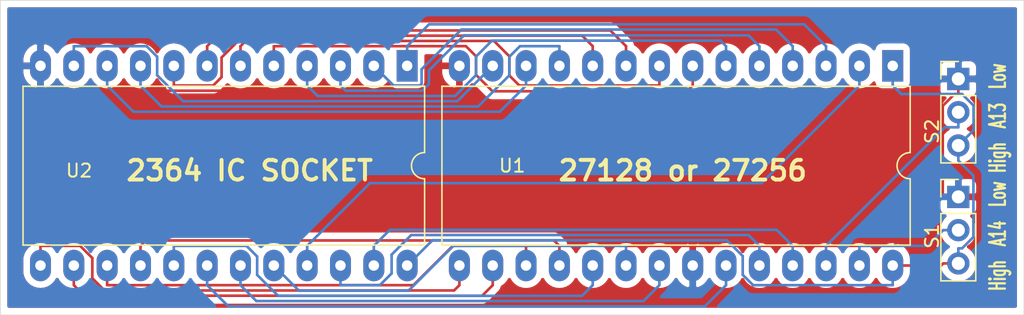
<source format=kicad_pcb>
(kicad_pcb (version 20171130) (host pcbnew "(5.1.9)-1")

  (general
    (thickness 1.6)
    (drawings 8)
    (tracks 190)
    (zones 0)
    (modules 4)
    (nets 27)
  )

  (page A4)
  (layers
    (0 F.Cu signal)
    (31 B.Cu signal)
    (32 B.Adhes user hide)
    (33 F.Adhes user hide)
    (34 B.Paste user)
    (35 F.Paste user)
    (36 B.SilkS user hide)
    (37 F.SilkS user)
    (38 B.Mask user)
    (39 F.Mask user)
    (40 Dwgs.User user hide)
    (41 Cmts.User user hide)
    (42 Eco1.User user hide)
    (43 Eco2.User user)
    (44 Edge.Cuts user)
    (45 Margin user hide)
    (46 B.CrtYd user hide)
    (47 F.CrtYd user hide)
    (48 B.Fab user hide)
    (49 F.Fab user hide)
  )

  (setup
    (last_trace_width 0.2)
    (user_trace_width 0.2)
    (user_trace_width 0.4)
    (user_trace_width 0.6)
    (user_trace_width 0.8)
    (user_trace_width 1)
    (user_trace_width 1.2)
    (user_trace_width 1.6)
    (user_trace_width 2)
    (trace_clearance 0.2)
    (zone_clearance 0.508)
    (zone_45_only no)
    (trace_min 0.2)
    (via_size 0.5)
    (via_drill 0.3)
    (via_min_size 0.4)
    (via_min_drill 0.3)
    (user_via 0.9 0.5)
    (user_via 1.2 0.8)
    (user_via 1.4 0.9)
    (user_via 1.5 1)
    (uvia_size 0.3)
    (uvia_drill 0.1)
    (uvias_allowed no)
    (uvia_min_size 0.2)
    (uvia_min_drill 0.1)
    (edge_width 0.05)
    (segment_width 0.2)
    (pcb_text_width 0.3)
    (pcb_text_size 1.5 1.5)
    (mod_edge_width 0.12)
    (mod_text_size 1 1)
    (mod_text_width 0.15)
    (pad_size 1.524 1.524)
    (pad_drill 0.762)
    (pad_to_mask_clearance 0)
    (aux_axis_origin 87.63 181.94)
    (grid_origin 87.63 181.94)
    (visible_elements 7FFFFFFF)
    (pcbplotparams
      (layerselection 0x010fc_ffffffff)
      (usegerberextensions true)
      (usegerberattributes false)
      (usegerberadvancedattributes false)
      (creategerberjobfile false)
      (excludeedgelayer true)
      (linewidth 0.100000)
      (plotframeref false)
      (viasonmask false)
      (mode 1)
      (useauxorigin true)
      (hpglpennumber 1)
      (hpglpenspeed 20)
      (hpglpendiameter 15.000000)
      (psnegative false)
      (psa4output false)
      (plotreference true)
      (plotvalue false)
      (plotinvisibletext false)
      (padsonsilk true)
      (subtractmaskfromsilk false)
      (outputformat 1)
      (mirror false)
      (drillshape 0)
      (scaleselection 1)
      (outputdirectory ""))
  )

  (net 0 "")
  (net 1 +5V)
  (net 2 GND)
  (net 3 "Net-(U1-Pad8)")
  (net 4 "Net-(U1-Pad10)")
  (net 5 "Net-(U1-Pad2)")
  (net 6 "Net-(S1-Pad2)")
  (net 7 "Net-(S2-Pad2)")
  (net 8 "Net-(U1-Pad15)")
  (net 9 "Net-(U1-Pad16)")
  (net 10 "Net-(U1-Pad3)")
  (net 11 "Net-(U1-Pad17)")
  (net 12 "Net-(U1-Pad4)")
  (net 13 "Net-(U1-Pad18)")
  (net 14 "Net-(U1-Pad5)")
  (net 15 "Net-(U1-Pad19)")
  (net 16 "Net-(U1-Pad6)")
  (net 17 "Net-(U1-Pad20)")
  (net 18 "Net-(U1-Pad7)")
  (net 19 "Net-(U1-Pad21)")
  (net 20 "Net-(U1-Pad9)")
  (net 21 "Net-(U1-Pad23)")
  (net 22 "Net-(U1-Pad24)")
  (net 23 "Net-(U1-Pad11)")
  (net 24 "Net-(U1-Pad25)")
  (net 25 "Net-(U1-Pad12)")
  (net 26 "Net-(U1-Pad13)")

  (net_class Default "これはデフォルトのネット クラスです。"
    (clearance 0.2)
    (trace_width 0.2)
    (via_dia 0.5)
    (via_drill 0.3)
    (uvia_dia 0.3)
    (uvia_drill 0.1)
    (add_net "Net-(S1-Pad2)")
    (add_net "Net-(S2-Pad2)")
    (add_net "Net-(U1-Pad10)")
    (add_net "Net-(U1-Pad11)")
    (add_net "Net-(U1-Pad12)")
    (add_net "Net-(U1-Pad13)")
    (add_net "Net-(U1-Pad15)")
    (add_net "Net-(U1-Pad16)")
    (add_net "Net-(U1-Pad17)")
    (add_net "Net-(U1-Pad18)")
    (add_net "Net-(U1-Pad19)")
    (add_net "Net-(U1-Pad2)")
    (add_net "Net-(U1-Pad20)")
    (add_net "Net-(U1-Pad21)")
    (add_net "Net-(U1-Pad23)")
    (add_net "Net-(U1-Pad24)")
    (add_net "Net-(U1-Pad25)")
    (add_net "Net-(U1-Pad3)")
    (add_net "Net-(U1-Pad4)")
    (add_net "Net-(U1-Pad5)")
    (add_net "Net-(U1-Pad6)")
    (add_net "Net-(U1-Pad7)")
    (add_net "Net-(U1-Pad8)")
    (add_net "Net-(U1-Pad9)")
  )

  (net_class +5V ""
    (clearance 0.2)
    (trace_width 0.4)
    (via_dia 0.5)
    (via_drill 0.3)
    (uvia_dia 0.3)
    (uvia_drill 0.1)
    (add_net +5V)
  )

  (net_class GND ""
    (clearance 0.2)
    (trace_width 0.4)
    (via_dia 0.5)
    (via_drill 0.3)
    (uvia_dia 0.3)
    (uvia_drill 0.1)
    (add_net GND)
  )

  (module Connector_PinHeader_2.54mm:PinHeader_1x03_P2.54mm_Vertical (layer F.Cu) (tedit 59FED5CC) (tstamp 63725D9A)
    (at 160.63 172.94)
    (descr "Through hole straight pin header, 1x03, 2.54mm pitch, single row")
    (tags "Through hole pin header THT 1x03 2.54mm single row")
    (path /637AFCA9)
    (fp_text reference S1 (at -2 3 90) (layer F.SilkS)
      (effects (font (size 1 1) (thickness 0.15)))
    )
    (fp_text value SLIDE_SWITCH_3P (at 0 7.41) (layer F.Fab)
      (effects (font (size 1 1) (thickness 0.15)))
    )
    (fp_text user %R (at 0 2.54 90) (layer F.Fab)
      (effects (font (size 1 1) (thickness 0.15)))
    )
    (fp_line (start -0.635 -1.27) (end 1.27 -1.27) (layer F.Fab) (width 0.1))
    (fp_line (start 1.27 -1.27) (end 1.27 6.35) (layer F.Fab) (width 0.1))
    (fp_line (start 1.27 6.35) (end -1.27 6.35) (layer F.Fab) (width 0.1))
    (fp_line (start -1.27 6.35) (end -1.27 -0.635) (layer F.Fab) (width 0.1))
    (fp_line (start -1.27 -0.635) (end -0.635 -1.27) (layer F.Fab) (width 0.1))
    (fp_line (start -1.33 6.41) (end 1.33 6.41) (layer F.SilkS) (width 0.12))
    (fp_line (start -1.33 1.27) (end -1.33 6.41) (layer F.SilkS) (width 0.12))
    (fp_line (start 1.33 1.27) (end 1.33 6.41) (layer F.SilkS) (width 0.12))
    (fp_line (start -1.33 1.27) (end 1.33 1.27) (layer F.SilkS) (width 0.12))
    (fp_line (start -1.33 0) (end -1.33 -1.33) (layer F.SilkS) (width 0.12))
    (fp_line (start -1.33 -1.33) (end 0 -1.33) (layer F.SilkS) (width 0.12))
    (fp_line (start -1.8 -1.8) (end -1.8 6.85) (layer F.CrtYd) (width 0.05))
    (fp_line (start -1.8 6.85) (end 1.8 6.85) (layer F.CrtYd) (width 0.05))
    (fp_line (start 1.8 6.85) (end 1.8 -1.8) (layer F.CrtYd) (width 0.05))
    (fp_line (start 1.8 -1.8) (end -1.8 -1.8) (layer F.CrtYd) (width 0.05))
    (pad 3 thru_hole oval (at 0 5.08) (size 1.7 1.7) (drill 1) (layers *.Cu *.Mask)
      (net 1 +5V))
    (pad 2 thru_hole oval (at 0 2.54) (size 1.7 1.7) (drill 1) (layers *.Cu *.Mask)
      (net 6 "Net-(S1-Pad2)"))
    (pad 1 thru_hole rect (at 0 0) (size 1.7 1.7) (drill 1) (layers *.Cu *.Mask)
      (net 2 GND))
    (model ${KISYS3DMOD}/Connector_PinHeader_2.54mm.3dshapes/PinHeader_1x03_P2.54mm_Vertical.wrl
      (at (xyz 0 0 0))
      (scale (xyz 1 1 1))
      (rotate (xyz 0 0 0))
    )
  )

  (module Connector_PinHeader_2.54mm:PinHeader_1x03_P2.54mm_Vertical (layer F.Cu) (tedit 59FED5CC) (tstamp 63725DB1)
    (at 160.63 163.94)
    (descr "Through hole straight pin header, 1x03, 2.54mm pitch, single row")
    (tags "Through hole pin header THT 1x03 2.54mm single row")
    (path /637AED2F)
    (fp_text reference S2 (at -2 4 90) (layer F.SilkS)
      (effects (font (size 1 1) (thickness 0.15)))
    )
    (fp_text value SLIDE_SWITCH_3P (at 0 7.41) (layer F.Fab)
      (effects (font (size 1 1) (thickness 0.15)))
    )
    (fp_line (start 1.8 -1.8) (end -1.8 -1.8) (layer F.CrtYd) (width 0.05))
    (fp_line (start 1.8 6.85) (end 1.8 -1.8) (layer F.CrtYd) (width 0.05))
    (fp_line (start -1.8 6.85) (end 1.8 6.85) (layer F.CrtYd) (width 0.05))
    (fp_line (start -1.8 -1.8) (end -1.8 6.85) (layer F.CrtYd) (width 0.05))
    (fp_line (start -1.33 -1.33) (end 0 -1.33) (layer F.SilkS) (width 0.12))
    (fp_line (start -1.33 0) (end -1.33 -1.33) (layer F.SilkS) (width 0.12))
    (fp_line (start -1.33 1.27) (end 1.33 1.27) (layer F.SilkS) (width 0.12))
    (fp_line (start 1.33 1.27) (end 1.33 6.41) (layer F.SilkS) (width 0.12))
    (fp_line (start -1.33 1.27) (end -1.33 6.41) (layer F.SilkS) (width 0.12))
    (fp_line (start -1.33 6.41) (end 1.33 6.41) (layer F.SilkS) (width 0.12))
    (fp_line (start -1.27 -0.635) (end -0.635 -1.27) (layer F.Fab) (width 0.1))
    (fp_line (start -1.27 6.35) (end -1.27 -0.635) (layer F.Fab) (width 0.1))
    (fp_line (start 1.27 6.35) (end -1.27 6.35) (layer F.Fab) (width 0.1))
    (fp_line (start 1.27 -1.27) (end 1.27 6.35) (layer F.Fab) (width 0.1))
    (fp_line (start -0.635 -1.27) (end 1.27 -1.27) (layer F.Fab) (width 0.1))
    (fp_text user %R (at 0 2.54 90) (layer F.Fab)
      (effects (font (size 1 1) (thickness 0.15)))
    )
    (pad 1 thru_hole rect (at 0 0) (size 1.7 1.7) (drill 1) (layers *.Cu *.Mask)
      (net 2 GND))
    (pad 2 thru_hole oval (at 0 2.54) (size 1.7 1.7) (drill 1) (layers *.Cu *.Mask)
      (net 7 "Net-(S2-Pad2)"))
    (pad 3 thru_hole oval (at 0 5.08) (size 1.7 1.7) (drill 1) (layers *.Cu *.Mask)
      (net 1 +5V))
    (model ${KISYS3DMOD}/Connector_PinHeader_2.54mm.3dshapes/PinHeader_1x03_P2.54mm_Vertical.wrl
      (at (xyz 0 0 0))
      (scale (xyz 1 1 1))
      (rotate (xyz 0 0 0))
    )
  )

  (module Package_DIP:DIP-28_W15.24mm_LongPads (layer F.Cu) (tedit 5A02E8C5) (tstamp 63725DE1)
    (at 155.63 162.94 270)
    (descr "28-lead though-hole mounted DIP package, row spacing 15.24 mm (600 mils), LongPads")
    (tags "THT DIP DIL PDIP 2.54mm 15.24mm 600mil LongPads")
    (path /6375E8A6)
    (fp_text reference U1 (at 7.62 29) (layer F.SilkS)
      (effects (font (size 1 1) (thickness 0.15)))
    )
    (fp_text value 27256 (at 7.62 35.35 90) (layer F.Fab)
      (effects (font (size 1 1) (thickness 0.15)))
    )
    (fp_line (start 16.7 -1.55) (end -1.5 -1.55) (layer F.CrtYd) (width 0.05))
    (fp_line (start 16.7 34.55) (end 16.7 -1.55) (layer F.CrtYd) (width 0.05))
    (fp_line (start -1.5 34.55) (end 16.7 34.55) (layer F.CrtYd) (width 0.05))
    (fp_line (start -1.5 -1.55) (end -1.5 34.55) (layer F.CrtYd) (width 0.05))
    (fp_line (start 13.68 -1.33) (end 8.62 -1.33) (layer F.SilkS) (width 0.12))
    (fp_line (start 13.68 34.35) (end 13.68 -1.33) (layer F.SilkS) (width 0.12))
    (fp_line (start 1.56 34.35) (end 13.68 34.35) (layer F.SilkS) (width 0.12))
    (fp_line (start 1.56 -1.33) (end 1.56 34.35) (layer F.SilkS) (width 0.12))
    (fp_line (start 6.62 -1.33) (end 1.56 -1.33) (layer F.SilkS) (width 0.12))
    (fp_line (start 0.255 -0.27) (end 1.255 -1.27) (layer F.Fab) (width 0.1))
    (fp_line (start 0.255 34.29) (end 0.255 -0.27) (layer F.Fab) (width 0.1))
    (fp_line (start 14.985 34.29) (end 0.255 34.29) (layer F.Fab) (width 0.1))
    (fp_line (start 14.985 -1.27) (end 14.985 34.29) (layer F.Fab) (width 0.1))
    (fp_line (start 1.255 -1.27) (end 14.985 -1.27) (layer F.Fab) (width 0.1))
    (fp_arc (start 7.62 -1.33) (end 6.62 -1.33) (angle -180) (layer F.SilkS) (width 0.12))
    (fp_text user %R (at 7.62 16.51 90) (layer F.Fab)
      (effects (font (size 1 1) (thickness 0.15)))
    )
    (pad 1 thru_hole rect (at 0 0 270) (size 2.4 1.6) (drill 0.8) (layers *.Cu *.Mask)
      (net 1 +5V))
    (pad 15 thru_hole oval (at 15.24 33.02 270) (size 2.4 1.6) (drill 0.8) (layers *.Cu *.Mask)
      (net 8 "Net-(U1-Pad15)"))
    (pad 2 thru_hole oval (at 0 2.54 270) (size 2.4 1.6) (drill 0.8) (layers *.Cu *.Mask)
      (net 5 "Net-(U1-Pad2)"))
    (pad 16 thru_hole oval (at 15.24 30.48 270) (size 2.4 1.6) (drill 0.8) (layers *.Cu *.Mask)
      (net 9 "Net-(U1-Pad16)"))
    (pad 3 thru_hole oval (at 0 5.08 270) (size 2.4 1.6) (drill 0.8) (layers *.Cu *.Mask)
      (net 10 "Net-(U1-Pad3)"))
    (pad 17 thru_hole oval (at 15.24 27.94 270) (size 2.4 1.6) (drill 0.8) (layers *.Cu *.Mask)
      (net 11 "Net-(U1-Pad17)"))
    (pad 4 thru_hole oval (at 0 7.62 270) (size 2.4 1.6) (drill 0.8) (layers *.Cu *.Mask)
      (net 12 "Net-(U1-Pad4)"))
    (pad 18 thru_hole oval (at 15.24 25.4 270) (size 2.4 1.6) (drill 0.8) (layers *.Cu *.Mask)
      (net 13 "Net-(U1-Pad18)"))
    (pad 5 thru_hole oval (at 0 10.16 270) (size 2.4 1.6) (drill 0.8) (layers *.Cu *.Mask)
      (net 14 "Net-(U1-Pad5)"))
    (pad 19 thru_hole oval (at 15.24 22.86 270) (size 2.4 1.6) (drill 0.8) (layers *.Cu *.Mask)
      (net 15 "Net-(U1-Pad19)"))
    (pad 6 thru_hole oval (at 0 12.7 270) (size 2.4 1.6) (drill 0.8) (layers *.Cu *.Mask)
      (net 16 "Net-(U1-Pad6)"))
    (pad 20 thru_hole oval (at 15.24 20.32 270) (size 2.4 1.6) (drill 0.8) (layers *.Cu *.Mask)
      (net 17 "Net-(U1-Pad20)"))
    (pad 7 thru_hole oval (at 0 15.24 270) (size 2.4 1.6) (drill 0.8) (layers *.Cu *.Mask)
      (net 18 "Net-(U1-Pad7)"))
    (pad 21 thru_hole oval (at 15.24 17.78 270) (size 2.4 1.6) (drill 0.8) (layers *.Cu *.Mask)
      (net 19 "Net-(U1-Pad21)"))
    (pad 8 thru_hole oval (at 0 17.78 270) (size 2.4 1.6) (drill 0.8) (layers *.Cu *.Mask)
      (net 3 "Net-(U1-Pad8)"))
    (pad 22 thru_hole oval (at 15.24 15.24 270) (size 2.4 1.6) (drill 0.8) (layers *.Cu *.Mask)
      (net 2 GND))
    (pad 9 thru_hole oval (at 0 20.32 270) (size 2.4 1.6) (drill 0.8) (layers *.Cu *.Mask)
      (net 20 "Net-(U1-Pad9)"))
    (pad 23 thru_hole oval (at 15.24 12.7 270) (size 2.4 1.6) (drill 0.8) (layers *.Cu *.Mask)
      (net 21 "Net-(U1-Pad23)"))
    (pad 10 thru_hole oval (at 0 22.86 270) (size 2.4 1.6) (drill 0.8) (layers *.Cu *.Mask)
      (net 4 "Net-(U1-Pad10)"))
    (pad 24 thru_hole oval (at 15.24 10.16 270) (size 2.4 1.6) (drill 0.8) (layers *.Cu *.Mask)
      (net 22 "Net-(U1-Pad24)"))
    (pad 11 thru_hole oval (at 0 25.4 270) (size 2.4 1.6) (drill 0.8) (layers *.Cu *.Mask)
      (net 23 "Net-(U1-Pad11)"))
    (pad 25 thru_hole oval (at 15.24 7.62 270) (size 2.4 1.6) (drill 0.8) (layers *.Cu *.Mask)
      (net 24 "Net-(U1-Pad25)"))
    (pad 12 thru_hole oval (at 0 27.94 270) (size 2.4 1.6) (drill 0.8) (layers *.Cu *.Mask)
      (net 25 "Net-(U1-Pad12)"))
    (pad 26 thru_hole oval (at 15.24 5.08 270) (size 2.4 1.6) (drill 0.8) (layers *.Cu *.Mask)
      (net 7 "Net-(S2-Pad2)"))
    (pad 13 thru_hole oval (at 0 30.48 270) (size 2.4 1.6) (drill 0.8) (layers *.Cu *.Mask)
      (net 26 "Net-(U1-Pad13)"))
    (pad 27 thru_hole oval (at 15.24 2.54 270) (size 2.4 1.6) (drill 0.8) (layers *.Cu *.Mask)
      (net 6 "Net-(S1-Pad2)"))
    (pad 14 thru_hole oval (at 0 33.02 270) (size 2.4 1.6) (drill 0.8) (layers *.Cu *.Mask)
      (net 2 GND))
    (pad 28 thru_hole oval (at 15.24 0 270) (size 2.4 1.6) (drill 0.8) (layers *.Cu *.Mask)
      (net 1 +5V))
    (model ${KISYS3DMOD}/Package_DIP.3dshapes/DIP-28_W15.24mm.wrl
      (at (xyz 0 0 0))
      (scale (xyz 1 1 1))
      (rotate (xyz 0 0 0))
    )
  )

  (module Package_DIP:DIP-24_W15.24mm_LongPads (layer F.Cu) (tedit 5A02E8C5) (tstamp 63725E0D)
    (at 118.63 162.94 270)
    (descr "24-lead though-hole mounted DIP package, row spacing 15.24 mm (600 mils), LongPads")
    (tags "THT DIP DIL PDIP 2.54mm 15.24mm 600mil LongPads")
    (path /63760E2B)
    (fp_text reference U2 (at 8 25) (layer F.SilkS)
      (effects (font (size 1 1) (thickness 0.15)))
    )
    (fp_text value 2364 (at 7.62 30.27 90) (layer F.Fab)
      (effects (font (size 1 1) (thickness 0.15)))
    )
    (fp_line (start 16.7 -1.55) (end -1.5 -1.55) (layer F.CrtYd) (width 0.05))
    (fp_line (start 16.7 29.5) (end 16.7 -1.55) (layer F.CrtYd) (width 0.05))
    (fp_line (start -1.5 29.5) (end 16.7 29.5) (layer F.CrtYd) (width 0.05))
    (fp_line (start -1.5 -1.55) (end -1.5 29.5) (layer F.CrtYd) (width 0.05))
    (fp_line (start 13.68 -1.33) (end 8.62 -1.33) (layer F.SilkS) (width 0.12))
    (fp_line (start 13.68 29.27) (end 13.68 -1.33) (layer F.SilkS) (width 0.12))
    (fp_line (start 1.56 29.27) (end 13.68 29.27) (layer F.SilkS) (width 0.12))
    (fp_line (start 1.56 -1.33) (end 1.56 29.27) (layer F.SilkS) (width 0.12))
    (fp_line (start 6.62 -1.33) (end 1.56 -1.33) (layer F.SilkS) (width 0.12))
    (fp_line (start 0.255 -0.27) (end 1.255 -1.27) (layer F.Fab) (width 0.1))
    (fp_line (start 0.255 29.21) (end 0.255 -0.27) (layer F.Fab) (width 0.1))
    (fp_line (start 14.985 29.21) (end 0.255 29.21) (layer F.Fab) (width 0.1))
    (fp_line (start 14.985 -1.27) (end 14.985 29.21) (layer F.Fab) (width 0.1))
    (fp_line (start 1.255 -1.27) (end 14.985 -1.27) (layer F.Fab) (width 0.1))
    (fp_arc (start 7.62 -1.33) (end 6.62 -1.33) (angle -180) (layer F.SilkS) (width 0.12))
    (fp_text user %R (at 7.62 13.97 90) (layer F.Fab)
      (effects (font (size 1 1) (thickness 0.15)))
    )
    (pad 1 thru_hole rect (at 0 0 270) (size 2.4 1.6) (drill 0.8) (layers *.Cu *.Mask)
      (net 10 "Net-(U1-Pad3)"))
    (pad 13 thru_hole oval (at 15.24 27.94 270) (size 2.4 1.6) (drill 0.8) (layers *.Cu *.Mask)
      (net 8 "Net-(U1-Pad15)"))
    (pad 2 thru_hole oval (at 0 2.54 270) (size 2.4 1.6) (drill 0.8) (layers *.Cu *.Mask)
      (net 12 "Net-(U1-Pad4)"))
    (pad 14 thru_hole oval (at 15.24 25.4 270) (size 2.4 1.6) (drill 0.8) (layers *.Cu *.Mask)
      (net 9 "Net-(U1-Pad16)"))
    (pad 3 thru_hole oval (at 0 5.08 270) (size 2.4 1.6) (drill 0.8) (layers *.Cu *.Mask)
      (net 14 "Net-(U1-Pad5)"))
    (pad 15 thru_hole oval (at 15.24 22.86 270) (size 2.4 1.6) (drill 0.8) (layers *.Cu *.Mask)
      (net 11 "Net-(U1-Pad17)"))
    (pad 4 thru_hole oval (at 0 7.62 270) (size 2.4 1.6) (drill 0.8) (layers *.Cu *.Mask)
      (net 16 "Net-(U1-Pad6)"))
    (pad 16 thru_hole oval (at 15.24 20.32 270) (size 2.4 1.6) (drill 0.8) (layers *.Cu *.Mask)
      (net 13 "Net-(U1-Pad18)"))
    (pad 5 thru_hole oval (at 0 10.16 270) (size 2.4 1.6) (drill 0.8) (layers *.Cu *.Mask)
      (net 18 "Net-(U1-Pad7)"))
    (pad 17 thru_hole oval (at 15.24 17.78 270) (size 2.4 1.6) (drill 0.8) (layers *.Cu *.Mask)
      (net 15 "Net-(U1-Pad19)"))
    (pad 6 thru_hole oval (at 0 12.7 270) (size 2.4 1.6) (drill 0.8) (layers *.Cu *.Mask)
      (net 3 "Net-(U1-Pad8)"))
    (pad 18 thru_hole oval (at 15.24 15.24 270) (size 2.4 1.6) (drill 0.8) (layers *.Cu *.Mask)
      (net 21 "Net-(U1-Pad23)"))
    (pad 7 thru_hole oval (at 0 15.24 270) (size 2.4 1.6) (drill 0.8) (layers *.Cu *.Mask)
      (net 20 "Net-(U1-Pad9)"))
    (pad 19 thru_hole oval (at 15.24 12.7 270) (size 2.4 1.6) (drill 0.8) (layers *.Cu *.Mask)
      (net 19 "Net-(U1-Pad21)"))
    (pad 8 thru_hole oval (at 0 17.78 270) (size 2.4 1.6) (drill 0.8) (layers *.Cu *.Mask)
      (net 4 "Net-(U1-Pad10)"))
    (pad 20 thru_hole oval (at 15.24 10.16 270) (size 2.4 1.6) (drill 0.8) (layers *.Cu *.Mask)
      (net 17 "Net-(U1-Pad20)"))
    (pad 9 thru_hole oval (at 0 20.32 270) (size 2.4 1.6) (drill 0.8) (layers *.Cu *.Mask)
      (net 23 "Net-(U1-Pad11)"))
    (pad 21 thru_hole oval (at 15.24 7.62 270) (size 2.4 1.6) (drill 0.8) (layers *.Cu *.Mask)
      (net 5 "Net-(U1-Pad2)"))
    (pad 10 thru_hole oval (at 0 22.86 270) (size 2.4 1.6) (drill 0.8) (layers *.Cu *.Mask)
      (net 25 "Net-(U1-Pad12)"))
    (pad 22 thru_hole oval (at 15.24 5.08 270) (size 2.4 1.6) (drill 0.8) (layers *.Cu *.Mask)
      (net 22 "Net-(U1-Pad24)"))
    (pad 11 thru_hole oval (at 0 25.4 270) (size 2.4 1.6) (drill 0.8) (layers *.Cu *.Mask)
      (net 26 "Net-(U1-Pad13)"))
    (pad 23 thru_hole oval (at 15.24 2.54 270) (size 2.4 1.6) (drill 0.8) (layers *.Cu *.Mask)
      (net 24 "Net-(U1-Pad25)"))
    (pad 12 thru_hole oval (at 0 27.94 270) (size 2.4 1.6) (drill 0.8) (layers *.Cu *.Mask)
      (net 2 GND))
    (pad 24 thru_hole oval (at 15.24 0 270) (size 2.4 1.6) (drill 0.8) (layers *.Cu *.Mask)
      (net 1 +5V))
    (model ${KISYS3DMOD}/Package_DIP.3dshapes/DIP-24_W15.24mm.wrl
      (at (xyz 0 0 0))
      (scale (xyz 1 1 1))
      (rotate (xyz 0 0 0))
    )
  )

  (gr_line (start 165.63 157.94) (end 87.63 157.94) (layer Edge.Cuts) (width 0.05))
  (gr_text "High  A14  Low" (at 163.63 175.94 90) (layer F.SilkS) (tstamp 6372643F)
    (effects (font (size 1.2 0.7) (thickness 0.175)))
  )
  (gr_text "High  A13  Low" (at 163.63 166.94 90) (layer F.SilkS)
    (effects (font (size 1.2 0.7) (thickness 0.175)))
  )
  (gr_text "27128 or 27256" (at 139.63 170.94) (layer F.SilkS)
    (effects (font (size 1.5 1.5) (thickness 0.3)))
  )
  (gr_text "2364 IC SOCKET" (at 106.63 170.94) (layer F.SilkS)
    (effects (font (size 1.5 1.5) (thickness 0.3)))
  )
  (gr_line (start 87.63 157.94) (end 87.63 181.94) (layer Edge.Cuts) (width 0.05) (tstamp 61A31CA2))
  (gr_line (start 165.63 181.94) (end 165.63 157.94) (layer Edge.Cuts) (width 0.05))
  (gr_line (start 87.63 181.94) (end 165.63 181.94) (layer Edge.Cuts) (width 0.05))

  (segment (start 137.85 164.4403) (end 127.1771 164.4403) (width 0.2) (layer F.Cu) (net 3))
  (segment (start 127.1771 164.4403) (end 126.42 163.6832) (width 0.2) (layer F.Cu) (net 3))
  (segment (start 126.42 163.6832) (end 126.42 162.2145) (width 0.2) (layer F.Cu) (net 3))
  (segment (start 126.42 162.2145) (end 125.2449 161.0394) (width 0.2) (layer F.Cu) (net 3))
  (segment (start 125.2449 161.0394) (end 106.3303 161.0394) (width 0.2) (layer F.Cu) (net 3))
  (segment (start 106.3303 161.0394) (end 105.93 161.4397) (width 0.2) (layer F.Cu) (net 3))
  (segment (start 137.85 162.94) (end 137.85 164.4403) (width 0.2) (layer F.Cu) (net 3) (status 10))
  (segment (start 105.93 162.94) (end 105.93 161.4397) (width 0.2) (layer F.Cu) (net 3) (status 10))
  (segment (start 100.85 162.94) (end 100.85 164.4403) (width 0.2) (layer F.Cu) (net 4) (status 10))
  (segment (start 132.77 162.94) (end 132.77 161.4397) (width 0.2) (layer F.Cu) (net 4) (status 10))
  (segment (start 100.85 164.4403) (end 103.8504 164.4403) (width 0.2) (layer F.Cu) (net 4))
  (segment (start 103.8504 164.4403) (end 104.4904 163.8003) (width 0.2) (layer F.Cu) (net 4))
  (segment (start 104.4904 163.8003) (end 104.4904 162.301) (width 0.2) (layer F.Cu) (net 4))
  (segment (start 104.4904 162.301) (end 106.1523 160.6391) (width 0.2) (layer F.Cu) (net 4))
  (segment (start 106.1523 160.6391) (end 131.9694 160.6391) (width 0.2) (layer F.Cu) (net 4))
  (segment (start 131.9694 160.6391) (end 132.77 161.4397) (width 0.2) (layer F.Cu) (net 4))
  (segment (start 153.09 162.94) (end 153.09 164.4403) (width 0.2) (layer B.Cu) (net 5) (status 10))
  (segment (start 111.01 178.18) (end 111.01 176.6797) (width 0.2) (layer B.Cu) (net 5) (status 10))
  (segment (start 111.01 176.6797) (end 115.7975 171.8922) (width 0.2) (layer B.Cu) (net 5))
  (segment (start 115.7975 171.8922) (end 145.6381 171.8922) (width 0.2) (layer B.Cu) (net 5))
  (segment (start 145.6381 171.8922) (end 153.09 164.4403) (width 0.2) (layer B.Cu) (net 5))
  (segment (start 160.63 175.48) (end 159.4797 175.48) (width 0.2) (layer B.Cu) (net 6) (status 10))
  (segment (start 153.09 178.18) (end 153.09 176.6797) (width 0.2) (layer B.Cu) (net 6) (status 10))
  (segment (start 153.09 176.6797) (end 158.28 176.6797) (width 0.2) (layer B.Cu) (net 6))
  (segment (start 158.28 176.6797) (end 159.4797 175.48) (width 0.2) (layer B.Cu) (net 6))
  (segment (start 160.63 178.02) (end 159.4797 178.02) (width 0.2) (layer F.Cu) (net 1) (status 10))
  (segment (start 155.63 178.18) (end 159.3197 178.18) (width 0.2) (layer F.Cu) (net 1) (status 10))
  (segment (start 159.3197 178.18) (end 159.4797 178.02) (width 0.2) (layer F.Cu) (net 1))
  (segment (start 155.63 178.18) (end 155.63 179.6803) (width 0.2) (layer B.Cu) (net 1) (status 10))
  (segment (start 118.63 178.18) (end 120.5579 176.2521) (width 0.2) (layer B.Cu) (net 1) (status 10))
  (segment (start 120.5579 176.2521) (end 142.993 176.2521) (width 0.2) (layer B.Cu) (net 1))
  (segment (start 142.993 176.2521) (end 144.2 177.4591) (width 0.2) (layer B.Cu) (net 1))
  (segment (start 144.2 177.4591) (end 144.2 178.8909) (width 0.2) (layer B.Cu) (net 1))
  (segment (start 144.2 178.8909) (end 144.9894 179.6803) (width 0.2) (layer B.Cu) (net 1))
  (segment (start 144.9894 179.6803) (end 155.63 179.6803) (width 0.2) (layer B.Cu) (net 1))
  (segment (start 160.63 169.02) (end 160.63 170.1703) (width 0.2) (layer B.Cu) (net 1) (status 10))
  (segment (start 160.63 178.02) (end 160.63 176.8697) (width 0.2) (layer B.Cu) (net 1) (status 10))
  (segment (start 160.63 176.8697) (end 160.9176 176.8697) (width 0.2) (layer B.Cu) (net 1))
  (segment (start 160.9176 176.8697) (end 161.7804 176.0069) (width 0.2) (layer B.Cu) (net 1))
  (segment (start 161.7804 176.0069) (end 161.7804 171.3207) (width 0.2) (layer B.Cu) (net 1))
  (segment (start 161.7804 171.3207) (end 160.63 170.1703) (width 0.2) (layer B.Cu) (net 1))
  (segment (start 155.63 162.94) (end 155.63 164.4403) (width 0.2) (layer B.Cu) (net 1) (status 10))
  (segment (start 160.63 169.02) (end 161.7915 167.8585) (width 0.2) (layer B.Cu) (net 1) (status 10))
  (segment (start 161.7915 167.8585) (end 161.7915 165.9707) (width 0.2) (layer B.Cu) (net 1))
  (segment (start 161.7915 165.9707) (end 160.9112 165.0904) (width 0.2) (layer B.Cu) (net 1))
  (segment (start 160.9112 165.0904) (end 156.2801 165.0904) (width 0.2) (layer B.Cu) (net 1))
  (segment (start 156.2801 165.0904) (end 155.63 164.4403) (width 0.2) (layer B.Cu) (net 1))
  (segment (start 90.69 164.4403) (end 91.0903 164.8406) (width 0.2) (layer F.Cu) (net 2))
  (segment (start 91.0903 164.8406) (end 122.2097 164.8406) (width 0.2) (layer F.Cu) (net 2))
  (segment (start 122.2097 164.8406) (end 122.61 164.4403) (width 0.2) (layer F.Cu) (net 2))
  (segment (start 90.69 162.94) (end 90.69 164.4403) (width 0.2) (layer F.Cu) (net 2) (status 10))
  (segment (start 122.61 164.4403) (end 134.8494 176.6797) (width 0.2) (layer F.Cu) (net 2))
  (segment (start 134.8494 176.6797) (end 140.39 176.6797) (width 0.2) (layer F.Cu) (net 2))
  (segment (start 122.61 162.94) (end 122.61 164.4403) (width 0.2) (layer F.Cu) (net 2) (status 10))
  (segment (start 159.4434 172.94) (end 155.7037 176.6797) (width 0.2) (layer F.Cu) (net 2))
  (segment (start 155.7037 176.6797) (end 140.39 176.6797) (width 0.2) (layer F.Cu) (net 2))
  (segment (start 159.9548 172.94) (end 159.4434 172.94) (width 0.2) (layer F.Cu) (net 2) (status 10))
  (segment (start 159.4434 172.94) (end 159.4434 165.9893) (width 0.2) (layer F.Cu) (net 2))
  (segment (start 159.4434 165.9893) (end 160.3424 165.0903) (width 0.2) (layer F.Cu) (net 2))
  (segment (start 160.3424 165.0903) (end 160.63 165.0903) (width 0.2) (layer F.Cu) (net 2))
  (segment (start 160.63 163.94) (end 160.63 165.0903) (width 0.2) (layer F.Cu) (net 2) (status 10))
  (segment (start 160.63 172.94) (end 159.9548 172.94) (width 0.2) (layer F.Cu) (net 2) (status 30))
  (segment (start 140.39 178.18) (end 140.39 176.6797) (width 0.2) (layer F.Cu) (net 2) (status 10))
  (segment (start 150.55 178.18) (end 150.55 176.6797) (width 0.2) (layer B.Cu) (net 7) (status 10))
  (segment (start 160.63 166.48) (end 160.63 167.6303) (width 0.2) (layer B.Cu) (net 7) (status 10))
  (segment (start 150.55 176.6797) (end 159.5994 167.6303) (width 0.2) (layer B.Cu) (net 7))
  (segment (start 159.5994 167.6303) (end 160.63 167.6303) (width 0.2) (layer B.Cu) (net 7))
  (segment (start 122.61 178.18) (end 122.61 179.6803) (width 0.2) (layer F.Cu) (net 8) (status 10))
  (segment (start 90.69 178.18) (end 90.69 176.6797) (width 0.2) (layer F.Cu) (net 8) (status 10))
  (segment (start 90.69 176.6797) (end 93.7136 176.6797) (width 0.2) (layer F.Cu) (net 8))
  (segment (start 93.7136 176.6797) (end 94.6415 177.6076) (width 0.2) (layer F.Cu) (net 8))
  (segment (start 94.6415 177.6076) (end 94.6415 179.1555) (width 0.2) (layer F.Cu) (net 8))
  (segment (start 94.6415 179.1555) (end 95.5699 180.0839) (width 0.2) (layer F.Cu) (net 8))
  (segment (start 95.5699 180.0839) (end 122.2064 180.0839) (width 0.2) (layer F.Cu) (net 8))
  (segment (start 122.2064 180.0839) (end 122.61 179.6803) (width 0.2) (layer F.Cu) (net 8))
  (segment (start 93.23 179.6803) (end 94.0341 180.4844) (width 0.2) (layer F.Cu) (net 9))
  (segment (start 94.0341 180.4844) (end 124.3459 180.4844) (width 0.2) (layer F.Cu) (net 9))
  (segment (start 124.3459 180.4844) (end 125.15 179.6803) (width 0.2) (layer F.Cu) (net 9))
  (segment (start 125.15 178.18) (end 125.15 179.6803) (width 0.2) (layer F.Cu) (net 9) (status 10))
  (segment (start 93.23 178.18) (end 93.23 179.6803) (width 0.2) (layer F.Cu) (net 9) (status 10))
  (segment (start 150.55 161.4397) (end 148.88 159.7697) (width 0.2) (layer B.Cu) (net 10))
  (segment (start 148.88 159.7697) (end 120.3 159.7697) (width 0.2) (layer B.Cu) (net 10))
  (segment (start 120.3 159.7697) (end 118.63 161.4397) (width 0.2) (layer B.Cu) (net 10))
  (segment (start 150.55 162.94) (end 150.55 161.4397) (width 0.2) (layer B.Cu) (net 10) (status 10))
  (segment (start 118.63 162.94) (end 118.63 161.4397) (width 0.2) (layer B.Cu) (net 10) (status 10))
  (segment (start 127.69 178.18) (end 127.69 176.6797) (width 0.2) (layer F.Cu) (net 11) (status 10))
  (segment (start 95.77 178.18) (end 95.77 179.6803) (width 0.2) (layer F.Cu) (net 11) (status 10))
  (segment (start 95.77 179.6803) (end 119.1033 179.6803) (width 0.2) (layer F.Cu) (net 11))
  (segment (start 119.1033 179.6803) (end 122.1039 176.6797) (width 0.2) (layer F.Cu) (net 11))
  (segment (start 122.1039 176.6797) (end 127.69 176.6797) (width 0.2) (layer F.Cu) (net 11))
  (segment (start 148.01 162.94) (end 148.01 161.4397) (width 0.2) (layer B.Cu) (net 12) (status 10))
  (segment (start 116.09 162.94) (end 117.5903 164.4403) (width 0.2) (layer B.Cu) (net 12) (status 10))
  (segment (start 117.5903 164.4403) (end 119.6073 164.4403) (width 0.2) (layer B.Cu) (net 12))
  (segment (start 119.6073 164.4403) (end 119.7304 164.3172) (width 0.2) (layer B.Cu) (net 12))
  (segment (start 119.7304 164.3172) (end 119.7304 163.1997) (width 0.2) (layer B.Cu) (net 12))
  (segment (start 119.7304 163.1997) (end 122.7601 160.17) (width 0.2) (layer B.Cu) (net 12))
  (segment (start 122.7601 160.17) (end 146.7403 160.17) (width 0.2) (layer B.Cu) (net 12))
  (segment (start 146.7403 160.17) (end 148.01 161.4397) (width 0.2) (layer B.Cu) (net 12))
  (segment (start 130.23 176.6797) (end 129.8172 176.2669) (width 0.2) (layer F.Cu) (net 13))
  (segment (start 129.8172 176.2669) (end 98.7228 176.2669) (width 0.2) (layer F.Cu) (net 13))
  (segment (start 98.7228 176.2669) (end 98.31 176.6797) (width 0.2) (layer F.Cu) (net 13))
  (segment (start 130.23 178.18) (end 130.23 176.6797) (width 0.2) (layer F.Cu) (net 13) (status 10))
  (segment (start 98.31 178.18) (end 98.31 176.6797) (width 0.2) (layer F.Cu) (net 13) (status 10))
  (segment (start 113.55 164.4403) (end 113.9503 164.8406) (width 0.2) (layer B.Cu) (net 14))
  (segment (start 113.9503 164.8406) (end 119.7731 164.8406) (width 0.2) (layer B.Cu) (net 14))
  (segment (start 119.7731 164.8406) (end 120.2887 164.325) (width 0.2) (layer B.Cu) (net 14))
  (segment (start 120.2887 164.325) (end 120.2887 163.2899) (width 0.2) (layer B.Cu) (net 14))
  (segment (start 120.2887 163.2899) (end 122.9635 160.6151) (width 0.2) (layer B.Cu) (net 14))
  (segment (start 122.9635 160.6151) (end 144.6454 160.6151) (width 0.2) (layer B.Cu) (net 14))
  (segment (start 144.6454 160.6151) (end 145.47 161.4397) (width 0.2) (layer B.Cu) (net 14))
  (segment (start 145.47 162.94) (end 145.47 161.4397) (width 0.2) (layer B.Cu) (net 14) (status 10))
  (segment (start 113.55 162.94) (end 113.55 164.4403) (width 0.2) (layer B.Cu) (net 14) (status 10))
  (segment (start 100.85 176.6797) (end 106.3868 176.6797) (width 0.2) (layer B.Cu) (net 15))
  (segment (start 106.3868 176.6797) (end 107.2 177.4929) (width 0.2) (layer B.Cu) (net 15))
  (segment (start 107.2 177.4929) (end 107.2 178.8941) (width 0.2) (layer B.Cu) (net 15))
  (segment (start 107.2 178.8941) (end 108.7992 180.4933) (width 0.2) (layer B.Cu) (net 15))
  (segment (start 108.7992 180.4933) (end 131.957 180.4933) (width 0.2) (layer B.Cu) (net 15))
  (segment (start 131.957 180.4933) (end 132.77 179.6803) (width 0.2) (layer B.Cu) (net 15))
  (segment (start 132.77 178.18) (end 132.77 179.6803) (width 0.2) (layer B.Cu) (net 15) (status 10))
  (segment (start 100.85 178.18) (end 100.85 176.6797) (width 0.2) (layer B.Cu) (net 15) (status 10))
  (segment (start 111.01 164.4403) (end 111.8106 165.2409) (width 0.2) (layer B.Cu) (net 16))
  (segment (start 111.8106 165.2409) (end 122.2828 165.2409) (width 0.2) (layer B.Cu) (net 16))
  (segment (start 122.2828 165.2409) (end 123.88 163.6437) (width 0.2) (layer B.Cu) (net 16))
  (segment (start 123.88 163.6437) (end 123.88 162.2299) (width 0.2) (layer B.Cu) (net 16))
  (segment (start 123.88 162.2299) (end 125.0945 161.0154) (width 0.2) (layer B.Cu) (net 16))
  (segment (start 125.0945 161.0154) (end 142.5057 161.0154) (width 0.2) (layer B.Cu) (net 16))
  (segment (start 142.5057 161.0154) (end 142.93 161.4397) (width 0.2) (layer B.Cu) (net 16))
  (segment (start 142.93 162.94) (end 142.93 161.4397) (width 0.2) (layer B.Cu) (net 16) (status 10))
  (segment (start 111.01 162.94) (end 111.01 164.4403) (width 0.2) (layer B.Cu) (net 16) (status 10))
  (segment (start 135.31 178.18) (end 135.31 176.6797) (width 0.2) (layer B.Cu) (net 17) (status 10))
  (segment (start 108.47 178.18) (end 110.3829 180.0929) (width 0.2) (layer B.Cu) (net 17) (status 10))
  (segment (start 110.3829 180.0929) (end 118.7407 180.0929) (width 0.2) (layer B.Cu) (net 17))
  (segment (start 118.7407 180.0929) (end 122.1539 176.6797) (width 0.2) (layer B.Cu) (net 17))
  (segment (start 122.1539 176.6797) (end 135.31 176.6797) (width 0.2) (layer B.Cu) (net 17))
  (segment (start 108.47 162.94) (end 108.47 161.4397) (width 0.2) (layer F.Cu) (net 18) (status 10))
  (segment (start 140.39 162.94) (end 140.39 164.4403) (width 0.2) (layer F.Cu) (net 18) (status 10))
  (segment (start 108.47 161.4397) (end 123.1087 161.4397) (width 0.2) (layer F.Cu) (net 18))
  (segment (start 123.1087 161.4397) (end 123.88 162.211) (width 0.2) (layer F.Cu) (net 18))
  (segment (start 123.88 162.211) (end 123.88 163.627) (width 0.2) (layer F.Cu) (net 18))
  (segment (start 123.88 163.627) (end 125.1331 164.8801) (width 0.2) (layer F.Cu) (net 18))
  (segment (start 125.1331 164.8801) (end 139.9502 164.8801) (width 0.2) (layer F.Cu) (net 18))
  (segment (start 139.9502 164.8801) (end 140.39 164.4403) (width 0.2) (layer F.Cu) (net 18))
  (segment (start 105.93 179.6803) (end 107.1433 180.8936) (width 0.2) (layer B.Cu) (net 19))
  (segment (start 107.1433 180.8936) (end 136.6367 180.8936) (width 0.2) (layer B.Cu) (net 19))
  (segment (start 136.6367 180.8936) (end 137.85 179.6803) (width 0.2) (layer B.Cu) (net 19))
  (segment (start 137.85 178.18) (end 137.85 179.6803) (width 0.2) (layer B.Cu) (net 19) (status 10))
  (segment (start 105.93 178.18) (end 105.93 179.6803) (width 0.2) (layer B.Cu) (net 19) (status 10))
  (segment (start 135.31 161.4397) (end 134.1091 160.2388) (width 0.2) (layer F.Cu) (net 20))
  (segment (start 134.1091 160.2388) (end 104.5909 160.2388) (width 0.2) (layer F.Cu) (net 20))
  (segment (start 104.5909 160.2388) (end 103.39 161.4397) (width 0.2) (layer F.Cu) (net 20))
  (segment (start 135.31 162.94) (end 135.31 161.4397) (width 0.2) (layer F.Cu) (net 20) (status 10))
  (segment (start 103.39 162.94) (end 103.39 161.4397) (width 0.2) (layer F.Cu) (net 20) (status 10))
  (segment (start 103.39 179.6803) (end 105.0036 181.2939) (width 0.2) (layer B.Cu) (net 21))
  (segment (start 105.0036 181.2939) (end 141.3164 181.2939) (width 0.2) (layer B.Cu) (net 21))
  (segment (start 141.3164 181.2939) (end 142.93 179.6803) (width 0.2) (layer B.Cu) (net 21))
  (segment (start 142.93 178.18) (end 142.93 179.6803) (width 0.2) (layer B.Cu) (net 21) (status 10))
  (segment (start 103.39 178.18) (end 103.39 179.6803) (width 0.2) (layer B.Cu) (net 21) (status 10))
  (segment (start 145.47 176.6797) (end 144.6421 175.8518) (width 0.2) (layer B.Cu) (net 22))
  (segment (start 144.6421 175.8518) (end 118.9417 175.8518) (width 0.2) (layer B.Cu) (net 22))
  (segment (start 118.9417 175.8518) (end 117.4464 177.3471) (width 0.2) (layer B.Cu) (net 22))
  (segment (start 117.4464 177.3471) (end 117.4464 178.7818) (width 0.2) (layer B.Cu) (net 22))
  (segment (start 117.4464 178.7818) (end 116.5479 179.6803) (width 0.2) (layer B.Cu) (net 22))
  (segment (start 116.5479 179.6803) (end 113.55 179.6803) (width 0.2) (layer B.Cu) (net 22))
  (segment (start 145.47 178.18) (end 145.47 176.6797) (width 0.2) (layer B.Cu) (net 22) (status 10))
  (segment (start 113.55 178.18) (end 113.55 179.6803) (width 0.2) (layer B.Cu) (net 22) (status 10))
  (segment (start 98.31 164.4403) (end 99.9112 166.0415) (width 0.2) (layer B.Cu) (net 23))
  (segment (start 99.9112 166.0415) (end 124.04 166.0415) (width 0.2) (layer B.Cu) (net 23))
  (segment (start 124.04 166.0415) (end 126.42 163.6615) (width 0.2) (layer B.Cu) (net 23))
  (segment (start 126.42 163.6615) (end 126.42 162.2434) (width 0.2) (layer B.Cu) (net 23))
  (segment (start 126.42 162.2434) (end 127.2237 161.4397) (width 0.2) (layer B.Cu) (net 23))
  (segment (start 127.2237 161.4397) (end 130.23 161.4397) (width 0.2) (layer B.Cu) (net 23))
  (segment (start 130.23 162.94) (end 130.23 161.4397) (width 0.2) (layer B.Cu) (net 23) (status 10))
  (segment (start 98.31 162.94) (end 98.31 164.4403) (width 0.2) (layer B.Cu) (net 23) (status 10))
  (segment (start 148.01 176.6797) (end 146.7818 175.4515) (width 0.2) (layer B.Cu) (net 24))
  (segment (start 146.7818 175.4515) (end 117.3182 175.4515) (width 0.2) (layer B.Cu) (net 24))
  (segment (start 117.3182 175.4515) (end 116.09 176.6797) (width 0.2) (layer B.Cu) (net 24))
  (segment (start 148.01 178.18) (end 148.01 176.6797) (width 0.2) (layer B.Cu) (net 24) (status 10))
  (segment (start 116.09 178.18) (end 116.09 176.6797) (width 0.2) (layer B.Cu) (net 24) (status 10))
  (segment (start 95.77 164.4403) (end 97.7715 166.4418) (width 0.2) (layer B.Cu) (net 25))
  (segment (start 97.7715 166.4418) (end 125.6885 166.4418) (width 0.2) (layer B.Cu) (net 25))
  (segment (start 125.6885 166.4418) (end 127.69 164.4403) (width 0.2) (layer B.Cu) (net 25))
  (segment (start 127.69 162.94) (end 127.69 164.4403) (width 0.2) (layer B.Cu) (net 25) (status 10))
  (segment (start 95.77 162.94) (end 95.77 164.4403) (width 0.2) (layer B.Cu) (net 25) (status 10))
  (segment (start 93.23 161.4397) (end 98.7751 161.4397) (width 0.2) (layer B.Cu) (net 26))
  (segment (start 98.7751 161.4397) (end 99.58 162.2446) (width 0.2) (layer B.Cu) (net 26))
  (segment (start 99.58 162.2446) (end 99.58 163.6599) (width 0.2) (layer B.Cu) (net 26))
  (segment (start 99.58 163.6599) (end 101.5613 165.6412) (width 0.2) (layer B.Cu) (net 26))
  (segment (start 101.5613 165.6412) (end 122.4488 165.6412) (width 0.2) (layer B.Cu) (net 26))
  (segment (start 122.4488 165.6412) (end 125.15 162.94) (width 0.2) (layer B.Cu) (net 26) (status 20))
  (segment (start 93.23 162.94) (end 93.23 161.4397) (width 0.2) (layer B.Cu) (net 26) (status 10))

  (zone (net 2) (net_name GND) (layer F.Cu) (tstamp 0) (hatch edge 0.508)
    (connect_pads (clearance 0.508))
    (min_thickness 0.254)
    (fill yes (arc_segments 32) (thermal_gap 0.508) (thermal_bridge_width 0.508))
    (polygon
      (pts
        (xy 165.13 181.44) (xy 88.13 181.44) (xy 88.13 158.44) (xy 165.13 158.44)
      )
    )
    (filled_polygon
      (pts
        (xy 164.97 181.28) (xy 88.29 181.28) (xy 88.29 177.709508) (xy 89.255 177.709508) (xy 89.255 178.650491)
        (xy 89.275764 178.861308) (xy 89.357818 179.131807) (xy 89.491068 179.3811) (xy 89.670392 179.599607) (xy 89.888899 179.778932)
        (xy 90.138192 179.912182) (xy 90.408691 179.994236) (xy 90.69 180.021943) (xy 90.971308 179.994236) (xy 91.241807 179.912182)
        (xy 91.4911 179.778932) (xy 91.709607 179.599608) (xy 91.888932 179.381101) (xy 91.96 179.248142) (xy 92.031068 179.3811)
        (xy 92.210392 179.599607) (xy 92.428899 179.778932) (xy 92.505174 179.819702) (xy 92.505635 179.824385) (xy 92.54743 179.962162)
        (xy 92.547664 179.962933) (xy 92.615914 180.09062) (xy 92.707763 180.202538) (xy 92.735807 180.225553) (xy 93.488846 180.978593)
        (xy 93.511862 181.006638) (xy 93.62378 181.098487) (xy 93.751467 181.166737) (xy 93.847986 181.196016) (xy 93.890014 181.208765)
        (xy 93.904232 181.210165) (xy 93.997995 181.2194) (xy 93.998002 181.2194) (xy 94.034099 181.222955) (xy 94.070196 181.2194)
        (xy 124.309795 181.2194) (xy 124.3459 181.222956) (xy 124.382005 181.2194) (xy 124.489985 181.208765) (xy 124.628533 181.166737)
        (xy 124.75622 181.098487) (xy 124.868138 181.006638) (xy 124.891158 180.978588) (xy 125.644194 180.225553) (xy 125.672238 180.202538)
        (xy 125.764087 180.09062) (xy 125.832337 179.962933) (xy 125.868501 179.843715) (xy 125.874365 179.824386) (xy 125.874826 179.819701)
        (xy 125.9511 179.778932) (xy 126.169607 179.599608) (xy 126.348932 179.381101) (xy 126.42 179.248142) (xy 126.491068 179.3811)
        (xy 126.670392 179.599607) (xy 126.888899 179.778932) (xy 127.138192 179.912182) (xy 127.408691 179.994236) (xy 127.69 180.021943)
        (xy 127.971308 179.994236) (xy 128.241807 179.912182) (xy 128.4911 179.778932) (xy 128.709607 179.599608) (xy 128.888932 179.381101)
        (xy 128.96 179.248142) (xy 129.031068 179.3811) (xy 129.210392 179.599607) (xy 129.428899 179.778932) (xy 129.678192 179.912182)
        (xy 129.948691 179.994236) (xy 130.23 180.021943) (xy 130.511308 179.994236) (xy 130.781807 179.912182) (xy 131.0311 179.778932)
        (xy 131.249607 179.599608) (xy 131.428932 179.381101) (xy 131.5 179.248142) (xy 131.571068 179.3811) (xy 131.750392 179.599607)
        (xy 131.968899 179.778932) (xy 132.218192 179.912182) (xy 132.488691 179.994236) (xy 132.77 180.021943) (xy 133.051308 179.994236)
        (xy 133.321807 179.912182) (xy 133.5711 179.778932) (xy 133.789607 179.599608) (xy 133.968932 179.381101) (xy 134.04 179.248142)
        (xy 134.111068 179.3811) (xy 134.290392 179.599607) (xy 134.508899 179.778932) (xy 134.758192 179.912182) (xy 135.028691 179.994236)
        (xy 135.31 180.021943) (xy 135.591308 179.994236) (xy 135.861807 179.912182) (xy 136.1111 179.778932) (xy 136.329607 179.599608)
        (xy 136.508932 179.381101) (xy 136.58 179.248142) (xy 136.651068 179.3811) (xy 136.830392 179.599607) (xy 137.048899 179.778932)
        (xy 137.298192 179.912182) (xy 137.568691 179.994236) (xy 137.85 180.021943) (xy 138.131308 179.994236) (xy 138.401807 179.912182)
        (xy 138.6511 179.778932) (xy 138.869607 179.599608) (xy 139.048932 179.381101) (xy 139.117265 179.253259) (xy 139.267399 179.482839)
        (xy 139.465105 179.6845) (xy 139.698354 179.843715) (xy 139.958182 179.954367) (xy 140.040961 179.971904) (xy 140.263 179.849915)
        (xy 140.263 178.307) (xy 140.243 178.307) (xy 140.243 178.053) (xy 140.263 178.053) (xy 140.263 176.510085)
        (xy 140.517 176.510085) (xy 140.517 178.053) (xy 140.537 178.053) (xy 140.537 178.307) (xy 140.517 178.307)
        (xy 140.517 179.849915) (xy 140.739039 179.971904) (xy 140.821818 179.954367) (xy 141.081646 179.843715) (xy 141.314895 179.6845)
        (xy 141.512601 179.482839) (xy 141.662735 179.253258) (xy 141.731068 179.3811) (xy 141.910392 179.599607) (xy 142.128899 179.778932)
        (xy 142.378192 179.912182) (xy 142.648691 179.994236) (xy 142.93 180.021943) (xy 143.211308 179.994236) (xy 143.481807 179.912182)
        (xy 143.7311 179.778932) (xy 143.949607 179.599608) (xy 144.128932 179.381101) (xy 144.2 179.248142) (xy 144.271068 179.3811)
        (xy 144.450392 179.599607) (xy 144.668899 179.778932) (xy 144.918192 179.912182) (xy 145.188691 179.994236) (xy 145.47 180.021943)
        (xy 145.751308 179.994236) (xy 146.021807 179.912182) (xy 146.2711 179.778932) (xy 146.489607 179.599608) (xy 146.668932 179.381101)
        (xy 146.74 179.248142) (xy 146.811068 179.3811) (xy 146.990392 179.599607) (xy 147.208899 179.778932) (xy 147.458192 179.912182)
        (xy 147.728691 179.994236) (xy 148.01 180.021943) (xy 148.291308 179.994236) (xy 148.561807 179.912182) (xy 148.8111 179.778932)
        (xy 149.029607 179.599608) (xy 149.208932 179.381101) (xy 149.28 179.248142) (xy 149.351068 179.3811) (xy 149.530392 179.599607)
        (xy 149.748899 179.778932) (xy 149.998192 179.912182) (xy 150.268691 179.994236) (xy 150.55 180.021943) (xy 150.831308 179.994236)
        (xy 151.101807 179.912182) (xy 151.3511 179.778932) (xy 151.569607 179.599608) (xy 151.748932 179.381101) (xy 151.82 179.248142)
        (xy 151.891068 179.3811) (xy 152.070392 179.599607) (xy 152.288899 179.778932) (xy 152.538192 179.912182) (xy 152.808691 179.994236)
        (xy 153.09 180.021943) (xy 153.371308 179.994236) (xy 153.641807 179.912182) (xy 153.8911 179.778932) (xy 154.109607 179.599608)
        (xy 154.288932 179.381101) (xy 154.36 179.248142) (xy 154.431068 179.3811) (xy 154.610392 179.599607) (xy 154.828899 179.778932)
        (xy 155.078192 179.912182) (xy 155.348691 179.994236) (xy 155.63 180.021943) (xy 155.911308 179.994236) (xy 156.181807 179.912182)
        (xy 156.4311 179.778932) (xy 156.649607 179.599608) (xy 156.828932 179.381101) (xy 156.962182 179.131808) (xy 157.027949 178.915)
        (xy 159.283595 178.915) (xy 159.3197 178.918556) (xy 159.355805 178.915) (xy 159.436702 178.907032) (xy 159.476525 178.966632)
        (xy 159.683368 179.173475) (xy 159.926589 179.33599) (xy 160.196842 179.447932) (xy 160.48374 179.505) (xy 160.77626 179.505)
        (xy 161.063158 179.447932) (xy 161.333411 179.33599) (xy 161.576632 179.173475) (xy 161.783475 178.966632) (xy 161.94599 178.723411)
        (xy 162.057932 178.453158) (xy 162.115 178.16626) (xy 162.115 177.87374) (xy 162.057932 177.586842) (xy 161.94599 177.316589)
        (xy 161.783475 177.073368) (xy 161.576632 176.866525) (xy 161.40224 176.75) (xy 161.576632 176.633475) (xy 161.783475 176.426632)
        (xy 161.94599 176.183411) (xy 162.057932 175.913158) (xy 162.115 175.62626) (xy 162.115 175.33374) (xy 162.057932 175.046842)
        (xy 161.94599 174.776589) (xy 161.783475 174.533368) (xy 161.65162 174.401513) (xy 161.72418 174.379502) (xy 161.834494 174.320537)
        (xy 161.931185 174.241185) (xy 162.010537 174.144494) (xy 162.069502 174.03418) (xy 162.105812 173.914482) (xy 162.118072 173.79)
        (xy 162.115 173.22575) (xy 161.95625 173.067) (xy 160.757 173.067) (xy 160.757 173.087) (xy 160.503 173.087)
        (xy 160.503 173.067) (xy 159.30375 173.067) (xy 159.145 173.22575) (xy 159.141928 173.79) (xy 159.154188 173.914482)
        (xy 159.190498 174.03418) (xy 159.249463 174.144494) (xy 159.328815 174.241185) (xy 159.425506 174.320537) (xy 159.53582 174.379502)
        (xy 159.60838 174.401513) (xy 159.476525 174.533368) (xy 159.31401 174.776589) (xy 159.202068 175.046842) (xy 159.145 175.33374)
        (xy 159.145 175.62626) (xy 159.202068 175.913158) (xy 159.31401 176.183411) (xy 159.476525 176.426632) (xy 159.683368 176.633475)
        (xy 159.85776 176.75) (xy 159.683368 176.866525) (xy 159.476525 177.073368) (xy 159.326078 177.298528) (xy 159.303368 177.305417)
        (xy 159.197067 177.337663) (xy 159.06938 177.405913) (xy 159.021752 177.445) (xy 157.027949 177.445) (xy 156.962182 177.228192)
        (xy 156.828932 176.978899) (xy 156.649608 176.760392) (xy 156.431101 176.581068) (xy 156.181808 176.447818) (xy 155.911309 176.365764)
        (xy 155.63 176.338057) (xy 155.348692 176.365764) (xy 155.078193 176.447818) (xy 154.8289 176.581068) (xy 154.610393 176.760392)
        (xy 154.431068 176.978899) (xy 154.36 177.111858) (xy 154.288932 176.978899) (xy 154.109608 176.760392) (xy 153.891101 176.581068)
        (xy 153.641808 176.447818) (xy 153.371309 176.365764) (xy 153.09 176.338057) (xy 152.808692 176.365764) (xy 152.538193 176.447818)
        (xy 152.2889 176.581068) (xy 152.070393 176.760392) (xy 151.891068 176.978899) (xy 151.82 177.111858) (xy 151.748932 176.978899)
        (xy 151.569608 176.760392) (xy 151.351101 176.581068) (xy 151.101808 176.447818) (xy 150.831309 176.365764) (xy 150.55 176.338057)
        (xy 150.268692 176.365764) (xy 149.998193 176.447818) (xy 149.7489 176.581068) (xy 149.530393 176.760392) (xy 149.351068 176.978899)
        (xy 149.28 177.111858) (xy 149.208932 176.978899) (xy 149.029608 176.760392) (xy 148.811101 176.581068) (xy 148.561808 176.447818)
        (xy 148.291309 176.365764) (xy 148.01 176.338057) (xy 147.728692 176.365764) (xy 147.458193 176.447818) (xy 147.2089 176.581068)
        (xy 146.990393 176.760392) (xy 146.811068 176.978899) (xy 146.74 177.111858) (xy 146.668932 176.978899) (xy 146.489608 176.760392)
        (xy 146.271101 176.581068) (xy 146.021808 176.447818) (xy 145.751309 176.365764) (xy 145.47 176.338057) (xy 145.188692 176.365764)
        (xy 144.918193 176.447818) (xy 144.6689 176.581068) (xy 144.450393 176.760392) (xy 144.271068 176.978899) (xy 144.2 177.111858)
        (xy 144.128932 176.978899) (xy 143.949608 176.760392) (xy 143.731101 176.581068) (xy 143.481808 176.447818) (xy 143.211309 176.365764)
        (xy 142.93 176.338057) (xy 142.648692 176.365764) (xy 142.378193 176.447818) (xy 142.1289 176.581068) (xy 141.910393 176.760392)
        (xy 141.731068 176.978899) (xy 141.662735 177.106741) (xy 141.512601 176.877161) (xy 141.314895 176.6755) (xy 141.081646 176.516285)
        (xy 140.821818 176.405633) (xy 140.739039 176.388096) (xy 140.517 176.510085) (xy 140.263 176.510085) (xy 140.040961 176.388096)
        (xy 139.958182 176.405633) (xy 139.698354 176.516285) (xy 139.465105 176.6755) (xy 139.267399 176.877161) (xy 139.117265 177.106741)
        (xy 139.048932 176.978899) (xy 138.869608 176.760392) (xy 138.651101 176.581068) (xy 138.401808 176.447818) (xy 138.131309 176.365764)
        (xy 137.85 176.338057) (xy 137.568692 176.365764) (xy 137.298193 176.447818) (xy 137.0489 176.581068) (xy 136.830393 176.760392)
        (xy 136.651068 176.978899) (xy 136.58 177.111858) (xy 136.508932 176.978899) (xy 136.329608 176.760392) (xy 136.111101 176.581068)
        (xy 135.861808 176.447818) (xy 135.591309 176.365764) (xy 135.31 176.338057) (xy 135.028692 176.365764) (xy 134.758193 176.447818)
        (xy 134.5089 176.581068) (xy 134.290393 176.760392) (xy 134.111068 176.978899) (xy 134.04 177.111858) (xy 133.968932 176.978899)
        (xy 133.789608 176.760392) (xy 133.571101 176.581068) (xy 133.321808 176.447818) (xy 133.051309 176.365764) (xy 132.77 176.338057)
        (xy 132.488692 176.365764) (xy 132.218193 176.447818) (xy 131.9689 176.581068) (xy 131.750393 176.760392) (xy 131.571068 176.978899)
        (xy 131.5 177.111858) (xy 131.428932 176.978899) (xy 131.249608 176.760392) (xy 131.031101 176.581068) (xy 130.954826 176.540298)
        (xy 130.954365 176.535615) (xy 130.912337 176.397067) (xy 130.844087 176.26938) (xy 130.752238 176.157462) (xy 130.724187 176.134441)
        (xy 130.362459 175.772713) (xy 130.339438 175.744662) (xy 130.22752 175.652813) (xy 130.099833 175.584563) (xy 129.961285 175.542535)
        (xy 129.853305 175.5319) (xy 129.8172 175.528344) (xy 129.781095 175.5319) (xy 98.758894 175.5319) (xy 98.722799 175.528345)
        (xy 98.686704 175.5319) (xy 98.686695 175.5319) (xy 98.578715 175.542535) (xy 98.440167 175.584563) (xy 98.31248 175.652813)
        (xy 98.200562 175.744662) (xy 98.177541 175.772713) (xy 97.815808 176.134446) (xy 97.787763 176.157462) (xy 97.695914 176.26938)
        (xy 97.644396 176.365764) (xy 97.627664 176.397067) (xy 97.585635 176.535615) (xy 97.585174 176.540299) (xy 97.5089 176.581068)
        (xy 97.290393 176.760392) (xy 97.111068 176.978899) (xy 97.04 177.111858) (xy 96.968932 176.978899) (xy 96.789608 176.760392)
        (xy 96.571101 176.581068) (xy 96.321808 176.447818) (xy 96.051309 176.365764) (xy 95.77 176.338057) (xy 95.488692 176.365764)
        (xy 95.218193 176.447818) (xy 94.9689 176.581068) (xy 94.79617 176.722824) (xy 94.258858 176.185512) (xy 94.235838 176.157462)
        (xy 94.12392 176.065613) (xy 93.996233 175.997363) (xy 93.857685 175.955335) (xy 93.749705 175.9447) (xy 93.7136 175.941144)
        (xy 93.677495 175.9447) (xy 90.726105 175.9447) (xy 90.69 175.941144) (xy 90.653895 175.9447) (xy 90.545915 175.955335)
        (xy 90.407367 175.997363) (xy 90.27968 176.065613) (xy 90.167762 176.157462) (xy 90.075913 176.26938) (xy 90.007663 176.397067)
        (xy 89.965635 176.535615) (xy 89.965174 176.540299) (xy 89.8889 176.581068) (xy 89.670393 176.760392) (xy 89.491068 176.978899)
        (xy 89.357818 177.228192) (xy 89.275764 177.498691) (xy 89.255 177.709508) (xy 88.29 177.709508) (xy 88.29 172.09)
        (xy 159.141928 172.09) (xy 159.145 172.65425) (xy 159.30375 172.813) (xy 160.503 172.813) (xy 160.503 171.61375)
        (xy 160.757 171.61375) (xy 160.757 172.813) (xy 161.95625 172.813) (xy 162.115 172.65425) (xy 162.118072 172.09)
        (xy 162.105812 171.965518) (xy 162.069502 171.84582) (xy 162.010537 171.735506) (xy 161.931185 171.638815) (xy 161.834494 171.559463)
        (xy 161.72418 171.500498) (xy 161.604482 171.464188) (xy 161.48 171.451928) (xy 160.91575 171.455) (xy 160.757 171.61375)
        (xy 160.503 171.61375) (xy 160.34425 171.455) (xy 159.78 171.451928) (xy 159.655518 171.464188) (xy 159.53582 171.500498)
        (xy 159.425506 171.559463) (xy 159.328815 171.638815) (xy 159.249463 171.735506) (xy 159.190498 171.84582) (xy 159.154188 171.965518)
        (xy 159.141928 172.09) (xy 88.29 172.09) (xy 88.29 163.067) (xy 89.255 163.067) (xy 89.255 163.467)
        (xy 89.30735 163.744514) (xy 89.412834 164.006483) (xy 89.567399 164.242839) (xy 89.765105 164.4445) (xy 89.998354 164.603715)
        (xy 90.258182 164.714367) (xy 90.340961 164.731904) (xy 90.563 164.609915) (xy 90.563 163.067) (xy 89.255 163.067)
        (xy 88.29 163.067) (xy 88.29 162.413) (xy 89.255 162.413) (xy 89.255 162.813) (xy 90.563 162.813)
        (xy 90.563 161.270085) (xy 90.817 161.270085) (xy 90.817 162.813) (xy 90.837 162.813) (xy 90.837 163.067)
        (xy 90.817 163.067) (xy 90.817 164.609915) (xy 91.039039 164.731904) (xy 91.121818 164.714367) (xy 91.381646 164.603715)
        (xy 91.614895 164.4445) (xy 91.812601 164.242839) (xy 91.962735 164.013258) (xy 92.031068 164.1411) (xy 92.210392 164.359607)
        (xy 92.428899 164.538932) (xy 92.678192 164.672182) (xy 92.948691 164.754236) (xy 93.23 164.781943) (xy 93.511308 164.754236)
        (xy 93.781807 164.672182) (xy 94.0311 164.538932) (xy 94.249607 164.359608) (xy 94.428932 164.141101) (xy 94.5 164.008142)
        (xy 94.571068 164.1411) (xy 94.750392 164.359607) (xy 94.968899 164.538932) (xy 95.218192 164.672182) (xy 95.488691 164.754236)
        (xy 95.77 164.781943) (xy 96.051308 164.754236) (xy 96.321807 164.672182) (xy 96.5711 164.538932) (xy 96.789607 164.359608)
        (xy 96.968932 164.141101) (xy 97.04 164.008142) (xy 97.111068 164.1411) (xy 97.290392 164.359607) (xy 97.508899 164.538932)
        (xy 97.758192 164.672182) (xy 98.028691 164.754236) (xy 98.31 164.781943) (xy 98.591308 164.754236) (xy 98.861807 164.672182)
        (xy 99.1111 164.538932) (xy 99.329607 164.359608) (xy 99.508932 164.141101) (xy 99.58 164.008142) (xy 99.651068 164.1411)
        (xy 99.830392 164.359607) (xy 100.048899 164.538932) (xy 100.125174 164.579702) (xy 100.125635 164.584385) (xy 100.167663 164.722933)
        (xy 100.235913 164.85062) (xy 100.327762 164.962538) (xy 100.43968 165.054387) (xy 100.567367 165.122637) (xy 100.705915 165.164665)
        (xy 100.813895 165.1753) (xy 100.85 165.178856) (xy 100.886105 165.1753) (xy 103.814295 165.1753) (xy 103.8504 165.178856)
        (xy 103.886505 165.1753) (xy 103.994485 165.164665) (xy 104.133033 165.122637) (xy 104.26072 165.054387) (xy 104.372638 164.962538)
        (xy 104.395658 164.934488) (xy 104.943428 164.386719) (xy 105.128899 164.538932) (xy 105.378192 164.672182) (xy 105.648691 164.754236)
        (xy 105.93 164.781943) (xy 106.211308 164.754236) (xy 106.481807 164.672182) (xy 106.7311 164.538932) (xy 106.949607 164.359608)
        (xy 107.128932 164.141101) (xy 107.2 164.008142) (xy 107.271068 164.1411) (xy 107.450392 164.359607) (xy 107.668899 164.538932)
        (xy 107.918192 164.672182) (xy 108.188691 164.754236) (xy 108.47 164.781943) (xy 108.751308 164.754236) (xy 109.021807 164.672182)
        (xy 109.2711 164.538932) (xy 109.489607 164.359608) (xy 109.668932 164.141101) (xy 109.74 164.008142) (xy 109.811068 164.1411)
        (xy 109.990392 164.359607) (xy 110.208899 164.538932) (xy 110.458192 164.672182) (xy 110.728691 164.754236) (xy 111.01 164.781943)
        (xy 111.291308 164.754236) (xy 111.561807 164.672182) (xy 111.8111 164.538932) (xy 112.029607 164.359608) (xy 112.208932 164.141101)
        (xy 112.28 164.008142) (xy 112.351068 164.1411) (xy 112.530392 164.359607) (xy 112.748899 164.538932) (xy 112.998192 164.672182)
        (xy 113.268691 164.754236) (xy 113.55 164.781943) (xy 113.831308 164.754236) (xy 114.101807 164.672182) (xy 114.3511 164.538932)
        (xy 114.569607 164.359608) (xy 114.748932 164.141101) (xy 114.82 164.008142) (xy 114.891068 164.1411) (xy 115.070392 164.359607)
        (xy 115.288899 164.538932) (xy 115.538192 164.672182) (xy 115.808691 164.754236) (xy 116.09 164.781943) (xy 116.371308 164.754236)
        (xy 116.641807 164.672182) (xy 116.8911 164.538932) (xy 117.109607 164.359608) (xy 117.202419 164.246517) (xy 117.204188 164.264482)
        (xy 117.240498 164.38418) (xy 117.299463 164.494494) (xy 117.378815 164.591185) (xy 117.475506 164.670537) (xy 117.58582 164.729502)
        (xy 117.705518 164.765812) (xy 117.83 164.778072) (xy 119.43 164.778072) (xy 119.554482 164.765812) (xy 119.67418 164.729502)
        (xy 119.784494 164.670537) (xy 119.881185 164.591185) (xy 119.960537 164.494494) (xy 120.019502 164.38418) (xy 120.055812 164.264482)
        (xy 120.068072 164.14) (xy 120.068072 163.067) (xy 121.175 163.067) (xy 121.175 163.467) (xy 121.22735 163.744514)
        (xy 121.332834 164.006483) (xy 121.487399 164.242839) (xy 121.685105 164.4445) (xy 121.918354 164.603715) (xy 122.178182 164.714367)
        (xy 122.260961 164.731904) (xy 122.483 164.609915) (xy 122.483 163.067) (xy 121.175 163.067) (xy 120.068072 163.067)
        (xy 120.068072 162.1747) (xy 121.219953 162.1747) (xy 121.175 162.413) (xy 121.175 162.813) (xy 122.483 162.813)
        (xy 122.483 162.793) (xy 122.737 162.793) (xy 122.737 162.813) (xy 122.757 162.813) (xy 122.757 163.067)
        (xy 122.737 163.067) (xy 122.737 164.609915) (xy 122.959039 164.731904) (xy 123.041818 164.714367) (xy 123.301646 164.603715)
        (xy 123.534895 164.4445) (xy 123.595865 164.382311) (xy 124.587846 165.374293) (xy 124.610862 165.402338) (xy 124.72278 165.494187)
        (xy 124.850467 165.562437) (xy 124.946986 165.591716) (xy 124.989014 165.604465) (xy 125.133099 165.618656) (xy 125.169204 165.6151)
        (xy 139.914095 165.6151) (xy 139.9502 165.618656) (xy 139.986305 165.6151) (xy 140.094285 165.604465) (xy 140.232833 165.562437)
        (xy 140.36052 165.494187) (xy 140.472438 165.402338) (xy 140.495459 165.374287) (xy 140.884187 164.985559) (xy 140.912238 164.962538)
        (xy 141.004087 164.85062) (xy 141.036489 164.79) (xy 159.141928 164.79) (xy 159.154188 164.914482) (xy 159.190498 165.03418)
        (xy 159.249463 165.144494) (xy 159.328815 165.241185) (xy 159.425506 165.320537) (xy 159.53582 165.379502) (xy 159.60838 165.401513)
        (xy 159.476525 165.533368) (xy 159.31401 165.776589) (xy 159.202068 166.046842) (xy 159.145 166.33374) (xy 159.145 166.62626)
        (xy 159.202068 166.913158) (xy 159.31401 167.183411) (xy 159.476525 167.426632) (xy 159.683368 167.633475) (xy 159.85776 167.75)
        (xy 159.683368 167.866525) (xy 159.476525 168.073368) (xy 159.31401 168.316589) (xy 159.202068 168.586842) (xy 159.145 168.87374)
        (xy 159.145 169.16626) (xy 159.202068 169.453158) (xy 159.31401 169.723411) (xy 159.476525 169.966632) (xy 159.683368 170.173475)
        (xy 159.926589 170.33599) (xy 160.196842 170.447932) (xy 160.48374 170.505) (xy 160.77626 170.505) (xy 161.063158 170.447932)
        (xy 161.333411 170.33599) (xy 161.576632 170.173475) (xy 161.783475 169.966632) (xy 161.94599 169.723411) (xy 162.057932 169.453158)
        (xy 162.115 169.16626) (xy 162.115 168.87374) (xy 162.057932 168.586842) (xy 161.94599 168.316589) (xy 161.783475 168.073368)
        (xy 161.576632 167.866525) (xy 161.40224 167.75) (xy 161.576632 167.633475) (xy 161.783475 167.426632) (xy 161.94599 167.183411)
        (xy 162.057932 166.913158) (xy 162.115 166.62626) (xy 162.115 166.33374) (xy 162.057932 166.046842) (xy 161.94599 165.776589)
        (xy 161.783475 165.533368) (xy 161.65162 165.401513) (xy 161.72418 165.379502) (xy 161.834494 165.320537) (xy 161.931185 165.241185)
        (xy 162.010537 165.144494) (xy 162.069502 165.03418) (xy 162.105812 164.914482) (xy 162.118072 164.79) (xy 162.115 164.22575)
        (xy 161.95625 164.067) (xy 160.757 164.067) (xy 160.757 164.087) (xy 160.503 164.087) (xy 160.503 164.067)
        (xy 159.30375 164.067) (xy 159.145 164.22575) (xy 159.141928 164.79) (xy 141.036489 164.79) (xy 141.072337 164.722933)
        (xy 141.110397 164.597466) (xy 141.114365 164.584386) (xy 141.114826 164.579701) (xy 141.1911 164.538932) (xy 141.409607 164.359608)
        (xy 141.588932 164.141101) (xy 141.66 164.008142) (xy 141.731068 164.1411) (xy 141.910392 164.359607) (xy 142.128899 164.538932)
        (xy 142.378192 164.672182) (xy 142.648691 164.754236) (xy 142.93 164.781943) (xy 143.211308 164.754236) (xy 143.481807 164.672182)
        (xy 143.7311 164.538932) (xy 143.949607 164.359608) (xy 144.128932 164.141101) (xy 144.2 164.008142) (xy 144.271068 164.1411)
        (xy 144.450392 164.359607) (xy 144.668899 164.538932) (xy 144.918192 164.672182) (xy 145.188691 164.754236) (xy 145.47 164.781943)
        (xy 145.751308 164.754236) (xy 146.021807 164.672182) (xy 146.2711 164.538932) (xy 146.489607 164.359608) (xy 146.668932 164.141101)
        (xy 146.74 164.008142) (xy 146.811068 164.1411) (xy 146.990392 164.359607) (xy 147.208899 164.538932) (xy 147.458192 164.672182)
        (xy 147.728691 164.754236) (xy 148.01 164.781943) (xy 148.291308 164.754236) (xy 148.561807 164.672182) (xy 148.8111 164.538932)
        (xy 149.029607 164.359608) (xy 149.208932 164.141101) (xy 149.28 164.008142) (xy 149.351068 164.1411) (xy 149.530392 164.359607)
        (xy 149.748899 164.538932) (xy 149.998192 164.672182) (xy 150.268691 164.754236) (xy 150.55 164.781943) (xy 150.831308 164.754236)
        (xy 151.101807 164.672182) (xy 151.3511 164.538932) (xy 151.569607 164.359608) (xy 151.748932 164.141101) (xy 151.82 164.008142)
        (xy 151.891068 164.1411) (xy 152.070392 164.359607) (xy 152.288899 164.538932) (xy 152.538192 164.672182) (xy 152.808691 164.754236)
        (xy 153.09 164.781943) (xy 153.371308 164.754236) (xy 153.641807 164.672182) (xy 153.8911 164.538932) (xy 154.109607 164.359608)
        (xy 154.202419 164.246517) (xy 154.204188 164.264482) (xy 154.240498 164.38418) (xy 154.299463 164.494494) (xy 154.378815 164.591185)
        (xy 154.475506 164.670537) (xy 154.58582 164.729502) (xy 154.705518 164.765812) (xy 154.83 164.778072) (xy 156.43 164.778072)
        (xy 156.554482 164.765812) (xy 156.67418 164.729502) (xy 156.784494 164.670537) (xy 156.881185 164.591185) (xy 156.960537 164.494494)
        (xy 157.019502 164.38418) (xy 157.055812 164.264482) (xy 157.068072 164.14) (xy 157.068072 163.09) (xy 159.141928 163.09)
        (xy 159.145 163.65425) (xy 159.30375 163.813) (xy 160.503 163.813) (xy 160.503 162.61375) (xy 160.757 162.61375)
        (xy 160.757 163.813) (xy 161.95625 163.813) (xy 162.115 163.65425) (xy 162.118072 163.09) (xy 162.105812 162.965518)
        (xy 162.069502 162.84582) (xy 162.010537 162.735506) (xy 161.931185 162.638815) (xy 161.834494 162.559463) (xy 161.72418 162.500498)
        (xy 161.604482 162.464188) (xy 161.48 162.451928) (xy 160.91575 162.455) (xy 160.757 162.61375) (xy 160.503 162.61375)
        (xy 160.34425 162.455) (xy 159.78 162.451928) (xy 159.655518 162.464188) (xy 159.53582 162.500498) (xy 159.425506 162.559463)
        (xy 159.328815 162.638815) (xy 159.249463 162.735506) (xy 159.190498 162.84582) (xy 159.154188 162.965518) (xy 159.141928 163.09)
        (xy 157.068072 163.09) (xy 157.068072 161.74) (xy 157.055812 161.615518) (xy 157.019502 161.49582) (xy 156.960537 161.385506)
        (xy 156.881185 161.288815) (xy 156.784494 161.209463) (xy 156.67418 161.150498) (xy 156.554482 161.114188) (xy 156.43 161.101928)
        (xy 154.83 161.101928) (xy 154.705518 161.114188) (xy 154.58582 161.150498) (xy 154.475506 161.209463) (xy 154.378815 161.288815)
        (xy 154.299463 161.385506) (xy 154.240498 161.49582) (xy 154.204188 161.615518) (xy 154.202419 161.633482) (xy 154.109608 161.520392)
        (xy 153.891101 161.341068) (xy 153.641808 161.207818) (xy 153.371309 161.125764) (xy 153.09 161.098057) (xy 152.808692 161.125764)
        (xy 152.538193 161.207818) (xy 152.2889 161.341068) (xy 152.070393 161.520392) (xy 151.891068 161.738899) (xy 151.82 161.871858)
        (xy 151.748932 161.738899) (xy 151.569608 161.520392) (xy 151.351101 161.341068) (xy 151.101808 161.207818) (xy 150.831309 161.125764)
        (xy 150.55 161.098057) (xy 150.268692 161.125764) (xy 149.998193 161.207818) (xy 149.7489 161.341068) (xy 149.530393 161.520392)
        (xy 149.351068 161.738899) (xy 149.28 161.871858) (xy 149.208932 161.738899) (xy 149.029608 161.520392) (xy 148.811101 161.341068)
        (xy 148.561808 161.207818) (xy 148.291309 161.125764) (xy 148.01 161.098057) (xy 147.728692 161.125764) (xy 147.458193 161.207818)
        (xy 147.2089 161.341068) (xy 146.990393 161.520392) (xy 146.811068 161.738899) (xy 146.74 161.871858) (xy 146.668932 161.738899)
        (xy 146.489608 161.520392) (xy 146.271101 161.341068) (xy 146.021808 161.207818) (xy 145.751309 161.125764) (xy 145.47 161.098057)
        (xy 145.188692 161.125764) (xy 144.918193 161.207818) (xy 144.6689 161.341068) (xy 144.450393 161.520392) (xy 144.271068 161.738899)
        (xy 144.2 161.871858) (xy 144.128932 161.738899) (xy 143.949608 161.520392) (xy 143.731101 161.341068) (xy 143.481808 161.207818)
        (xy 143.211309 161.125764) (xy 142.93 161.098057) (xy 142.648692 161.125764) (xy 142.378193 161.207818) (xy 142.1289 161.341068)
        (xy 141.910393 161.520392) (xy 141.731068 161.738899) (xy 141.66 161.871858) (xy 141.588932 161.738899) (xy 141.409608 161.520392)
        (xy 141.191101 161.341068) (xy 140.941808 161.207818) (xy 140.671309 161.125764) (xy 140.39 161.098057) (xy 140.108692 161.125764)
        (xy 139.838193 161.207818) (xy 139.5889 161.341068) (xy 139.370393 161.520392) (xy 139.191068 161.738899) (xy 139.12 161.871858)
        (xy 139.048932 161.738899) (xy 138.869608 161.520392) (xy 138.651101 161.341068) (xy 138.401808 161.207818) (xy 138.131309 161.125764)
        (xy 137.85 161.098057) (xy 137.568692 161.125764) (xy 137.298193 161.207818) (xy 137.0489 161.341068) (xy 136.830393 161.520392)
        (xy 136.651068 161.738899) (xy 136.58 161.871858) (xy 136.508932 161.738899) (xy 136.329608 161.520392) (xy 136.111101 161.341068)
        (xy 136.034826 161.300298) (xy 136.034365 161.295614) (xy 136.007732 161.207818) (xy 135.992337 161.157067) (xy 135.924087 161.02938)
        (xy 135.832238 160.917462) (xy 135.804193 160.894446) (xy 134.654358 159.744612) (xy 134.631338 159.716562) (xy 134.51942 159.624713)
        (xy 134.391733 159.556463) (xy 134.253185 159.514435) (xy 134.145205 159.5038) (xy 134.1091 159.500244) (xy 134.072995 159.5038)
        (xy 104.627004 159.5038) (xy 104.590899 159.500244) (xy 104.446814 159.514435) (xy 104.404786 159.527184) (xy 104.308267 159.556463)
        (xy 104.18058 159.624713) (xy 104.068662 159.716562) (xy 104.045646 159.744607) (xy 102.895808 160.894446) (xy 102.867763 160.917462)
        (xy 102.775914 161.02938) (xy 102.720371 161.133294) (xy 102.707664 161.157067) (xy 102.665635 161.295615) (xy 102.665174 161.300299)
        (xy 102.5889 161.341068) (xy 102.370393 161.520392) (xy 102.191068 161.738899) (xy 102.12 161.871858) (xy 102.048932 161.738899)
        (xy 101.869608 161.520392) (xy 101.651101 161.341068) (xy 101.401808 161.207818) (xy 101.131309 161.125764) (xy 100.85 161.098057)
        (xy 100.568692 161.125764) (xy 100.298193 161.207818) (xy 100.0489 161.341068) (xy 99.830393 161.520392) (xy 99.651068 161.738899)
        (xy 99.58 161.871858) (xy 99.508932 161.738899) (xy 99.329608 161.520392) (xy 99.111101 161.341068) (xy 98.861808 161.207818)
        (xy 98.591309 161.125764) (xy 98.31 161.098057) (xy 98.028692 161.125764) (xy 97.758193 161.207818) (xy 97.5089 161.341068)
        (xy 97.290393 161.520392) (xy 97.111068 161.738899) (xy 97.04 161.871858) (xy 96.968932 161.738899) (xy 96.789608 161.520392)
        (xy 96.571101 161.341068) (xy 96.321808 161.207818) (xy 96.051309 161.125764) (xy 95.77 161.098057) (xy 95.488692 161.125764)
        (xy 95.218193 161.207818) (xy 94.9689 161.341068) (xy 94.750393 161.520392) (xy 94.571068 161.738899) (xy 94.5 161.871858)
        (xy 94.428932 161.738899) (xy 94.249608 161.520392) (xy 94.031101 161.341068) (xy 93.781808 161.207818) (xy 93.511309 161.125764)
        (xy 93.23 161.098057) (xy 92.948692 161.125764) (xy 92.678193 161.207818) (xy 92.4289 161.341068) (xy 92.210393 161.520392)
        (xy 92.031068 161.738899) (xy 91.962735 161.866741) (xy 91.812601 161.637161) (xy 91.614895 161.4355) (xy 91.381646 161.276285)
        (xy 91.121818 161.165633) (xy 91.039039 161.148096) (xy 90.817 161.270085) (xy 90.563 161.270085) (xy 90.340961 161.148096)
        (xy 90.258182 161.165633) (xy 89.998354 161.276285) (xy 89.765105 161.4355) (xy 89.567399 161.637161) (xy 89.412834 161.873517)
        (xy 89.30735 162.135486) (xy 89.255 162.413) (xy 88.29 162.413) (xy 88.29 158.6) (xy 164.970001 158.6)
      )
    )
  )
  (zone (net 2) (net_name GND) (layer B.Cu) (tstamp 0) (hatch edge 0.508)
    (connect_pads (clearance 0.508))
    (min_thickness 0.254)
    (fill yes (arc_segments 32) (thermal_gap 0.508) (thermal_bridge_width 0.508))
    (polygon
      (pts
        (xy 165.13 181.44) (xy 88.13 181.44) (xy 88.13 158.44) (xy 165.13 158.44)
      )
    )
    (filled_polygon
      (pts
        (xy 164.97 181.28) (xy 142.369746 181.28) (xy 143.424194 180.225553) (xy 143.452238 180.202538) (xy 143.544087 180.09062)
        (xy 143.612337 179.962933) (xy 143.654365 179.824385) (xy 143.654826 179.819701) (xy 143.7311 179.778932) (xy 143.905478 179.635824)
        (xy 144.444146 180.174493) (xy 144.467162 180.202538) (xy 144.57908 180.294387) (xy 144.706767 180.362637) (xy 144.803286 180.391916)
        (xy 144.845314 180.404665) (xy 144.859532 180.406065) (xy 144.953295 180.4153) (xy 144.953302 180.4153) (xy 144.989399 180.418855)
        (xy 145.025496 180.4153) (xy 155.593895 180.4153) (xy 155.63 180.418856) (xy 155.666105 180.4153) (xy 155.774085 180.404665)
        (xy 155.912633 180.362637) (xy 156.04032 180.294387) (xy 156.152238 180.202538) (xy 156.244087 180.09062) (xy 156.312337 179.962933)
        (xy 156.354365 179.824385) (xy 156.354826 179.819701) (xy 156.4311 179.778932) (xy 156.649607 179.599608) (xy 156.828932 179.381101)
        (xy 156.962182 179.131808) (xy 157.044236 178.861309) (xy 157.065 178.650492) (xy 157.065 177.709509) (xy 157.044236 177.498691)
        (xy 157.018758 177.4147) (xy 158.243895 177.4147) (xy 158.28 177.418256) (xy 158.316105 177.4147) (xy 158.424085 177.404065)
        (xy 158.562633 177.362037) (xy 158.69032 177.293787) (xy 158.802238 177.201938) (xy 158.825258 177.173888) (xy 159.52452 176.474627)
        (xy 159.683368 176.633475) (xy 159.85776 176.75) (xy 159.683368 176.866525) (xy 159.476525 177.073368) (xy 159.31401 177.316589)
        (xy 159.202068 177.586842) (xy 159.145 177.87374) (xy 159.145 178.16626) (xy 159.202068 178.453158) (xy 159.31401 178.723411)
        (xy 159.476525 178.966632) (xy 159.683368 179.173475) (xy 159.926589 179.33599) (xy 160.196842 179.447932) (xy 160.48374 179.505)
        (xy 160.77626 179.505) (xy 161.063158 179.447932) (xy 161.333411 179.33599) (xy 161.576632 179.173475) (xy 161.783475 178.966632)
        (xy 161.94599 178.723411) (xy 162.057932 178.453158) (xy 162.115 178.16626) (xy 162.115 177.87374) (xy 162.057932 177.586842)
        (xy 161.94599 177.316589) (xy 161.783475 177.073368) (xy 161.768427 177.05832) (xy 162.274597 176.55215) (xy 162.302637 176.529138)
        (xy 162.32565 176.501097) (xy 162.325653 176.501094) (xy 162.394486 176.417221) (xy 162.394487 176.41722) (xy 162.462737 176.289533)
        (xy 162.504765 176.150985) (xy 162.5154 176.043005) (xy 162.5154 176.042996) (xy 162.518955 176.006901) (xy 162.5154 175.970806)
        (xy 162.5154 171.356794) (xy 162.518955 171.320699) (xy 162.5154 171.284604) (xy 162.5154 171.284595) (xy 162.504765 171.176615)
        (xy 162.462737 171.038067) (xy 162.394487 170.91038) (xy 162.302638 170.798462) (xy 162.274593 170.775446) (xy 161.624627 170.12548)
        (xy 161.783475 169.966632) (xy 161.94599 169.723411) (xy 162.057932 169.453158) (xy 162.115 169.16626) (xy 162.115 168.87374)
        (xy 162.065344 168.624103) (xy 162.285697 168.40375) (xy 162.313737 168.380738) (xy 162.33675 168.352697) (xy 162.336753 168.352694)
        (xy 162.38358 168.295635) (xy 162.405587 168.26882) (xy 162.473837 168.141133) (xy 162.515865 168.002585) (xy 162.524695 167.912933)
        (xy 162.530056 167.858501) (xy 162.5265 167.822396) (xy 162.5265 166.006794) (xy 162.530055 165.970699) (xy 162.5265 165.934604)
        (xy 162.5265 165.934595) (xy 162.515865 165.826615) (xy 162.473837 165.688067) (xy 162.405587 165.56038) (xy 162.313738 165.448462)
        (xy 162.285693 165.425446) (xy 162.007924 165.147678) (xy 162.010537 165.144494) (xy 162.069502 165.03418) (xy 162.105812 164.914482)
        (xy 162.118072 164.79) (xy 162.115 164.22575) (xy 161.95625 164.067) (xy 160.757 164.067) (xy 160.757 164.087)
        (xy 160.503 164.087) (xy 160.503 164.067) (xy 159.30375 164.067) (xy 159.145 164.22575) (xy 159.144294 164.3554)
        (xy 157.028232 164.3554) (xy 157.055812 164.264482) (xy 157.068072 164.14) (xy 157.068072 163.09) (xy 159.141928 163.09)
        (xy 159.145 163.65425) (xy 159.30375 163.813) (xy 160.503 163.813) (xy 160.503 162.61375) (xy 160.757 162.61375)
        (xy 160.757 163.813) (xy 161.95625 163.813) (xy 162.115 163.65425) (xy 162.118072 163.09) (xy 162.105812 162.965518)
        (xy 162.069502 162.84582) (xy 162.010537 162.735506) (xy 161.931185 162.638815) (xy 161.834494 162.559463) (xy 161.72418 162.500498)
        (xy 161.604482 162.464188) (xy 161.48 162.451928) (xy 160.91575 162.455) (xy 160.757 162.61375) (xy 160.503 162.61375)
        (xy 160.34425 162.455) (xy 159.78 162.451928) (xy 159.655518 162.464188) (xy 159.53582 162.500498) (xy 159.425506 162.559463)
        (xy 159.328815 162.638815) (xy 159.249463 162.735506) (xy 159.190498 162.84582) (xy 159.154188 162.965518) (xy 159.141928 163.09)
        (xy 157.068072 163.09) (xy 157.068072 161.74) (xy 157.055812 161.615518) (xy 157.019502 161.49582) (xy 156.960537 161.385506)
        (xy 156.881185 161.288815) (xy 156.784494 161.209463) (xy 156.67418 161.150498) (xy 156.554482 161.114188) (xy 156.43 161.101928)
        (xy 154.83 161.101928) (xy 154.705518 161.114188) (xy 154.58582 161.150498) (xy 154.475506 161.209463) (xy 154.378815 161.288815)
        (xy 154.299463 161.385506) (xy 154.240498 161.49582) (xy 154.204188 161.615518) (xy 154.202419 161.633482) (xy 154.109608 161.520392)
        (xy 153.891101 161.341068) (xy 153.641808 161.207818) (xy 153.371309 161.125764) (xy 153.09 161.098057) (xy 152.808692 161.125764)
        (xy 152.538193 161.207818) (xy 152.2889 161.341068) (xy 152.070393 161.520392) (xy 151.891068 161.738899) (xy 151.82 161.871858)
        (xy 151.748932 161.738899) (xy 151.569608 161.520392) (xy 151.351101 161.341068) (xy 151.274826 161.300298) (xy 151.274365 161.295615)
        (xy 151.232337 161.157066) (xy 151.164087 161.02938) (xy 151.095253 160.945506) (xy 151.072238 160.917462) (xy 151.044193 160.894446)
        (xy 149.425258 159.275512) (xy 149.402238 159.247462) (xy 149.29032 159.155613) (xy 149.162633 159.087363) (xy 149.024085 159.045335)
        (xy 148.916105 159.0347) (xy 148.88 159.031144) (xy 148.843895 159.0347) (xy 120.336105 159.0347) (xy 120.3 159.031144)
        (xy 120.155915 159.045335) (xy 120.017366 159.087363) (xy 119.88968 159.155613) (xy 119.777762 159.247462) (xy 119.754746 159.275507)
        (xy 118.135808 160.894446) (xy 118.107763 160.917462) (xy 118.015914 161.02938) (xy 117.977136 161.101928) (xy 117.83 161.101928)
        (xy 117.705518 161.114188) (xy 117.58582 161.150498) (xy 117.475506 161.209463) (xy 117.378815 161.288815) (xy 117.299463 161.385506)
        (xy 117.240498 161.49582) (xy 117.204188 161.615518) (xy 117.202419 161.633482) (xy 117.109608 161.520392) (xy 116.891101 161.341068)
        (xy 116.641808 161.207818) (xy 116.371309 161.125764) (xy 116.09 161.098057) (xy 115.808692 161.125764) (xy 115.538193 161.207818)
        (xy 115.2889 161.341068) (xy 115.070393 161.520392) (xy 114.891068 161.738899) (xy 114.82 161.871858) (xy 114.748932 161.738899)
        (xy 114.569608 161.520392) (xy 114.351101 161.341068) (xy 114.101808 161.207818) (xy 113.831309 161.125764) (xy 113.55 161.098057)
        (xy 113.268692 161.125764) (xy 112.998193 161.207818) (xy 112.7489 161.341068) (xy 112.530393 161.520392) (xy 112.351068 161.738899)
        (xy 112.28 161.871858) (xy 112.208932 161.738899) (xy 112.029608 161.520392) (xy 111.811101 161.341068) (xy 111.561808 161.207818)
        (xy 111.291309 161.125764) (xy 111.01 161.098057) (xy 110.728692 161.125764) (xy 110.458193 161.207818) (xy 110.2089 161.341068)
        (xy 109.990393 161.520392) (xy 109.811068 161.738899) (xy 109.74 161.871858) (xy 109.668932 161.738899) (xy 109.489608 161.520392)
        (xy 109.271101 161.341068) (xy 109.021808 161.207818) (xy 108.751309 161.125764) (xy 108.47 161.098057) (xy 108.188692 161.125764)
        (xy 107.918193 161.207818) (xy 107.6689 161.341068) (xy 107.450393 161.520392) (xy 107.271068 161.738899) (xy 107.2 161.871858)
        (xy 107.128932 161.738899) (xy 106.949608 161.520392) (xy 106.731101 161.341068) (xy 106.481808 161.207818) (xy 106.211309 161.125764)
        (xy 105.93 161.098057) (xy 105.648692 161.125764) (xy 105.378193 161.207818) (xy 105.1289 161.341068) (xy 104.910393 161.520392)
        (xy 104.731068 161.738899) (xy 104.66 161.871858) (xy 104.588932 161.738899) (xy 104.409608 161.520392) (xy 104.191101 161.341068)
        (xy 103.941808 161.207818) (xy 103.671309 161.125764) (xy 103.39 161.098057) (xy 103.108692 161.125764) (xy 102.838193 161.207818)
        (xy 102.5889 161.341068) (xy 102.370393 161.520392) (xy 102.191068 161.738899) (xy 102.12 161.871858) (xy 102.048932 161.738899)
        (xy 101.869608 161.520392) (xy 101.651101 161.341068) (xy 101.401808 161.207818) (xy 101.131309 161.125764) (xy 100.85 161.098057)
        (xy 100.568692 161.125764) (xy 100.298193 161.207818) (xy 100.0489 161.341068) (xy 99.866009 161.491163) (xy 99.320358 160.945512)
        (xy 99.297338 160.917462) (xy 99.18542 160.825613) (xy 99.057733 160.757363) (xy 98.919185 160.715335) (xy 98.811205 160.7047)
        (xy 98.7751 160.701144) (xy 98.738995 160.7047) (xy 93.266105 160.7047) (xy 93.23 160.701144) (xy 93.193895 160.7047)
        (xy 93.085915 160.715335) (xy 92.947367 160.757363) (xy 92.81968 160.825613) (xy 92.707762 160.917462) (xy 92.615913 161.02938)
        (xy 92.547663 161.157067) (xy 92.505635 161.295615) (xy 92.505174 161.300299) (xy 92.4289 161.341068) (xy 92.210393 161.520392)
        (xy 92.031068 161.738899) (xy 91.962735 161.866741) (xy 91.812601 161.637161) (xy 91.614895 161.4355) (xy 91.381646 161.276285)
        (xy 91.121818 161.165633) (xy 91.039039 161.148096) (xy 90.817 161.270085) (xy 90.817 162.813) (xy 90.837 162.813)
        (xy 90.837 163.067) (xy 90.817 163.067) (xy 90.817 164.609915) (xy 91.039039 164.731904) (xy 91.121818 164.714367)
        (xy 91.381646 164.603715) (xy 91.614895 164.4445) (xy 91.812601 164.242839) (xy 91.962735 164.013258) (xy 92.031068 164.1411)
        (xy 92.210392 164.359607) (xy 92.428899 164.538932) (xy 92.678192 164.672182) (xy 92.948691 164.754236) (xy 93.23 164.781943)
        (xy 93.511308 164.754236) (xy 93.781807 164.672182) (xy 94.0311 164.538932) (xy 94.249607 164.359608) (xy 94.428932 164.141101)
        (xy 94.5 164.008142) (xy 94.571068 164.1411) (xy 94.750392 164.359607) (xy 94.968899 164.538932) (xy 95.045174 164.579702)
        (xy 95.045635 164.584385) (xy 95.086368 164.718662) (xy 95.087664 164.722933) (xy 95.155914 164.85062) (xy 95.247763 164.962538)
        (xy 95.275807 164.985553) (xy 97.226246 166.935993) (xy 97.249262 166.964038) (xy 97.36118 167.055887) (xy 97.488867 167.124137)
        (xy 97.627415 167.166165) (xy 97.735395 167.1768) (xy 97.735404 167.1768) (xy 97.771499 167.180355) (xy 97.807594 167.1768)
        (xy 125.652395 167.1768) (xy 125.6885 167.180356) (xy 125.724605 167.1768) (xy 125.832585 167.166165) (xy 125.971133 167.124137)
        (xy 126.09882 167.055887) (xy 126.210738 166.964038) (xy 126.233758 166.935988) (xy 128.184194 164.985553) (xy 128.212238 164.962538)
        (xy 128.304087 164.85062) (xy 128.372337 164.722933) (xy 128.414365 164.584385) (xy 128.414826 164.579701) (xy 128.4911 164.538932)
        (xy 128.709607 164.359608) (xy 128.888932 164.141101) (xy 128.96 164.008142) (xy 129.031068 164.1411) (xy 129.210392 164.359607)
        (xy 129.428899 164.538932) (xy 129.678192 164.672182) (xy 129.948691 164.754236) (xy 130.23 164.781943) (xy 130.511308 164.754236)
        (xy 130.781807 164.672182) (xy 131.0311 164.538932) (xy 131.249607 164.359608) (xy 131.428932 164.141101) (xy 131.5 164.008142)
        (xy 131.571068 164.1411) (xy 131.750392 164.359607) (xy 131.968899 164.538932) (xy 132.218192 164.672182) (xy 132.488691 164.754236)
        (xy 132.77 164.781943) (xy 133.051308 164.754236) (xy 133.321807 164.672182) (xy 133.5711 164.538932) (xy 133.789607 164.359608)
        (xy 133.968932 164.141101) (xy 134.04 164.008142) (xy 134.111068 164.1411) (xy 134.290392 164.359607) (xy 134.508899 164.538932)
        (xy 134.758192 164.672182) (xy 135.028691 164.754236) (xy 135.31 164.781943) (xy 135.591308 164.754236) (xy 135.861807 164.672182)
        (xy 136.1111 164.538932) (xy 136.329607 164.359608) (xy 136.508932 164.141101) (xy 136.58 164.008142) (xy 136.651068 164.1411)
        (xy 136.830392 164.359607) (xy 137.048899 164.538932) (xy 137.298192 164.672182) (xy 137.568691 164.754236) (xy 137.85 164.781943)
        (xy 138.131308 164.754236) (xy 138.401807 164.672182) (xy 138.6511 164.538932) (xy 138.869607 164.359608) (xy 139.048932 164.141101)
        (xy 139.12 164.008142) (xy 139.191068 164.1411) (xy 139.370392 164.359607) (xy 139.588899 164.538932) (xy 139.838192 164.672182)
        (xy 140.108691 164.754236) (xy 140.39 164.781943) (xy 140.671308 164.754236) (xy 140.941807 164.672182) (xy 141.1911 164.538932)
        (xy 141.409607 164.359608) (xy 141.588932 164.141101) (xy 141.66 164.008142) (xy 141.731068 164.1411) (xy 141.910392 164.359607)
        (xy 142.128899 164.538932) (xy 142.378192 164.672182) (xy 142.648691 164.754236) (xy 142.93 164.781943) (xy 143.211308 164.754236)
        (xy 143.481807 164.672182) (xy 143.7311 164.538932) (xy 143.949607 164.359608) (xy 144.128932 164.141101) (xy 144.2 164.008142)
        (xy 144.271068 164.1411) (xy 144.450392 164.359607) (xy 144.668899 164.538932) (xy 144.918192 164.672182) (xy 145.188691 164.754236)
        (xy 145.47 164.781943) (xy 145.751308 164.754236) (xy 146.021807 164.672182) (xy 146.2711 164.538932) (xy 146.489607 164.359608)
        (xy 146.668932 164.141101) (xy 146.74 164.008142) (xy 146.811068 164.1411) (xy 146.990392 164.359607) (xy 147.208899 164.538932)
        (xy 147.458192 164.672182) (xy 147.728691 164.754236) (xy 148.01 164.781943) (xy 148.291308 164.754236) (xy 148.561807 164.672182)
        (xy 148.8111 164.538932) (xy 149.029607 164.359608) (xy 149.208932 164.141101) (xy 149.28 164.008142) (xy 149.351068 164.1411)
        (xy 149.530392 164.359607) (xy 149.748899 164.538932) (xy 149.998192 164.672182) (xy 150.268691 164.754236) (xy 150.55 164.781943)
        (xy 150.831308 164.754236) (xy 151.101807 164.672182) (xy 151.3511 164.538932) (xy 151.569607 164.359608) (xy 151.748932 164.141101)
        (xy 151.82 164.008142) (xy 151.891068 164.1411) (xy 152.070392 164.359607) (xy 152.103816 164.387037) (xy 145.333654 171.1572)
        (xy 115.833594 171.1572) (xy 115.797499 171.153645) (xy 115.761404 171.1572) (xy 115.761395 171.1572) (xy 115.653415 171.167835)
        (xy 115.514867 171.209863) (xy 115.38718 171.278113) (xy 115.275262 171.369962) (xy 115.252246 171.398007) (xy 110.515808 176.134446)
        (xy 110.487763 176.157462) (xy 110.395914 176.26938) (xy 110.344396 176.365764) (xy 110.327664 176.397067) (xy 110.285635 176.535615)
        (xy 110.285174 176.540299) (xy 110.2089 176.581068) (xy 109.990393 176.760392) (xy 109.811068 176.978899) (xy 109.74 177.111858)
        (xy 109.668932 176.978899) (xy 109.489608 176.760392) (xy 109.271101 176.581068) (xy 109.021808 176.447818) (xy 108.751309 176.365764)
        (xy 108.47 176.338057) (xy 108.188692 176.365764) (xy 107.918193 176.447818) (xy 107.6689 176.581068) (xy 107.48145 176.734904)
        (xy 106.932058 176.185512) (xy 106.909038 176.157462) (xy 106.79712 176.065613) (xy 106.669433 175.997363) (xy 106.530885 175.955335)
        (xy 106.422905 175.9447) (xy 106.3868 175.941144) (xy 106.350695 175.9447) (xy 100.886105 175.9447) (xy 100.85 175.941144)
        (xy 100.813895 175.9447) (xy 100.705915 175.955335) (xy 100.567367 175.997363) (xy 100.43968 176.065613) (xy 100.327762 176.157462)
        (xy 100.235913 176.26938) (xy 100.167663 176.397067) (xy 100.125635 176.535615) (xy 100.125174 176.540299) (xy 100.0489 176.581068)
        (xy 99.830393 176.760392) (xy 99.651068 176.978899) (xy 99.58 177.111858) (xy 99.508932 176.978899) (xy 99.329608 176.760392)
        (xy 99.111101 176.581068) (xy 98.861808 176.447818) (xy 98.591309 176.365764) (xy 98.31 176.338057) (xy 98.028692 176.365764)
        (xy 97.758193 176.447818) (xy 97.5089 176.581068) (xy 97.290393 176.760392) (xy 97.111068 176.978899) (xy 97.04 177.111858)
        (xy 96.968932 176.978899) (xy 96.789608 176.760392) (xy 96.571101 176.581068) (xy 96.321808 176.447818) (xy 96.051309 176.365764)
        (xy 95.77 176.338057) (xy 95.488692 176.365764) (xy 95.218193 176.447818) (xy 94.9689 176.581068) (xy 94.750393 176.760392)
        (xy 94.571068 176.978899) (xy 94.5 177.111858) (xy 94.428932 176.978899) (xy 94.249608 176.760392) (xy 94.031101 176.581068)
        (xy 93.781808 176.447818) (xy 93.511309 176.365764) (xy 93.23 176.338057) (xy 92.948692 176.365764) (xy 92.678193 176.447818)
        (xy 92.4289 176.581068) (xy 92.210393 176.760392) (xy 92.031068 176.978899) (xy 91.96 177.111858) (xy 91.888932 176.978899)
        (xy 91.709608 176.760392) (xy 91.491101 176.581068) (xy 91.241808 176.447818) (xy 90.971309 176.365764) (xy 90.69 176.338057)
        (xy 90.408692 176.365764) (xy 90.138193 176.447818) (xy 89.8889 176.581068) (xy 89.670393 176.760392) (xy 89.491068 176.978899)
        (xy 89.357818 177.228192) (xy 89.275764 177.498691) (xy 89.255 177.709508) (xy 89.255 178.650491) (xy 89.275764 178.861308)
        (xy 89.357818 179.131807) (xy 89.491068 179.3811) (xy 89.670392 179.599607) (xy 89.888899 179.778932) (xy 90.138192 179.912182)
        (xy 90.408691 179.994236) (xy 90.69 180.021943) (xy 90.971308 179.994236) (xy 91.241807 179.912182) (xy 91.4911 179.778932)
        (xy 91.709607 179.599608) (xy 91.888932 179.381101) (xy 91.96 179.248142) (xy 92.031068 179.3811) (xy 92.210392 179.599607)
        (xy 92.428899 179.778932) (xy 92.678192 179.912182) (xy 92.948691 179.994236) (xy 93.23 180.021943) (xy 93.511308 179.994236)
        (xy 93.781807 179.912182) (xy 94.0311 179.778932) (xy 94.249607 179.599608) (xy 94.428932 179.381101) (xy 94.5 179.248142)
        (xy 94.571068 179.3811) (xy 94.750392 179.599607) (xy 94.968899 179.778932) (xy 95.218192 179.912182) (xy 95.488691 179.994236)
        (xy 95.77 180.021943) (xy 96.051308 179.994236) (xy 96.321807 179.912182) (xy 96.5711 179.778932) (xy 96.789607 179.599608)
        (xy 96.968932 179.381101) (xy 97.04 179.248142) (xy 97.111068 179.3811) (xy 97.290392 179.599607) (xy 97.508899 179.778932)
        (xy 97.758192 179.912182) (xy 98.028691 179.994236) (xy 98.31 180.021943) (xy 98.591308 179.994236) (xy 98.861807 179.912182)
        (xy 99.1111 179.778932) (xy 99.329607 179.599608) (xy 99.508932 179.381101) (xy 99.58 179.248142) (xy 99.651068 179.3811)
        (xy 99.830392 179.599607) (xy 100.048899 179.778932) (xy 100.298192 179.912182) (xy 100.568691 179.994236) (xy 100.85 180.021943)
        (xy 101.131308 179.994236) (xy 101.401807 179.912182) (xy 101.6511 179.778932) (xy 101.869607 179.599608) (xy 102.048932 179.381101)
        (xy 102.12 179.248142) (xy 102.191068 179.3811) (xy 102.370392 179.599607) (xy 102.588899 179.778932) (xy 102.665174 179.819702)
        (xy 102.665635 179.824385) (xy 102.707664 179.962933) (xy 102.775914 180.09062) (xy 102.867763 180.202538) (xy 102.895807 180.225553)
        (xy 103.950253 181.28) (xy 88.29 181.28) (xy 88.29 163.067) (xy 89.255 163.067) (xy 89.255 163.467)
        (xy 89.30735 163.744514) (xy 89.412834 164.006483) (xy 89.567399 164.242839) (xy 89.765105 164.4445) (xy 89.998354 164.603715)
        (xy 90.258182 164.714367) (xy 90.340961 164.731904) (xy 90.563 164.609915) (xy 90.563 163.067) (xy 89.255 163.067)
        (xy 88.29 163.067) (xy 88.29 162.413) (xy 89.255 162.413) (xy 89.255 162.813) (xy 90.563 162.813)
        (xy 90.563 161.270085) (xy 90.340961 161.148096) (xy 90.258182 161.165633) (xy 89.998354 161.276285) (xy 89.765105 161.4355)
        (xy 89.567399 161.637161) (xy 89.412834 161.873517) (xy 89.30735 162.135486) (xy 89.255 162.413) (xy 88.29 162.413)
        (xy 88.29 158.6) (xy 164.970001 158.6)
      )
    )
    (filled_polygon
      (pts
        (xy 140.517 178.053) (xy 140.537 178.053) (xy 140.537 178.307) (xy 140.517 178.307) (xy 140.517 179.849915)
        (xy 140.739039 179.971904) (xy 140.821818 179.954367) (xy 141.081646 179.843715) (xy 141.314895 179.6845) (xy 141.512601 179.482839)
        (xy 141.662735 179.253258) (xy 141.731068 179.3811) (xy 141.910392 179.599607) (xy 141.943816 179.627037) (xy 141.011954 180.5589)
        (xy 138.010847 180.5589) (xy 138.344194 180.225553) (xy 138.372238 180.202538) (xy 138.464087 180.09062) (xy 138.532337 179.962933)
        (xy 138.574365 179.824385) (xy 138.574826 179.819701) (xy 138.6511 179.778932) (xy 138.869607 179.599608) (xy 139.048932 179.381101)
        (xy 139.117265 179.253259) (xy 139.267399 179.482839) (xy 139.465105 179.6845) (xy 139.698354 179.843715) (xy 139.958182 179.954367)
        (xy 140.040961 179.971904) (xy 140.263 179.849915) (xy 140.263 178.307) (xy 140.243 178.307) (xy 140.243 178.053)
        (xy 140.263 178.053) (xy 140.263 178.033) (xy 140.517 178.033)
      )
    )
    (filled_polygon
      (pts
        (xy 159.145 169.16626) (xy 159.202068 169.453158) (xy 159.31401 169.723411) (xy 159.476525 169.966632) (xy 159.683368 170.173475)
        (xy 159.908528 170.323922) (xy 159.946147 170.447932) (xy 159.947664 170.452933) (xy 160.015914 170.58062) (xy 160.107763 170.692538)
        (xy 160.135808 170.715554) (xy 160.895502 171.475248) (xy 160.757 171.61375) (xy 160.757 172.813) (xy 160.777 172.813)
        (xy 160.777 173.067) (xy 160.757 173.067) (xy 160.757 173.087) (xy 160.503 173.087) (xy 160.503 173.067)
        (xy 159.30375 173.067) (xy 159.145 173.22575) (xy 159.141928 173.79) (xy 159.154188 173.914482) (xy 159.190498 174.03418)
        (xy 159.249463 174.144494) (xy 159.328815 174.241185) (xy 159.425506 174.320537) (xy 159.53582 174.379502) (xy 159.60838 174.401513)
        (xy 159.476525 174.533368) (xy 159.326078 174.758528) (xy 159.293586 174.768384) (xy 159.197067 174.797663) (xy 159.06938 174.865913)
        (xy 158.957462 174.957762) (xy 158.934446 174.985807) (xy 157.975554 175.9447) (xy 153.126105 175.9447) (xy 153.09 175.941144)
        (xy 153.053895 175.9447) (xy 152.945915 175.955335) (xy 152.807367 175.997363) (xy 152.67968 176.065613) (xy 152.567762 176.157462)
        (xy 152.475913 176.26938) (xy 152.407663 176.397067) (xy 152.365635 176.535615) (xy 152.365174 176.540299) (xy 152.2889 176.581068)
        (xy 152.070393 176.760392) (xy 151.891068 176.978899) (xy 151.82 177.111858) (xy 151.748932 176.978899) (xy 151.569608 176.760392)
        (xy 151.536184 176.732962) (xy 156.179146 172.09) (xy 159.141928 172.09) (xy 159.145 172.65425) (xy 159.30375 172.813)
        (xy 160.503 172.813) (xy 160.503 171.61375) (xy 160.34425 171.455) (xy 159.78 171.451928) (xy 159.655518 171.464188)
        (xy 159.53582 171.500498) (xy 159.425506 171.559463) (xy 159.328815 171.638815) (xy 159.249463 171.735506) (xy 159.190498 171.84582)
        (xy 159.154188 171.965518) (xy 159.141928 172.09) (xy 156.179146 172.09) (xy 159.145 169.124147)
      )
    )
    (filled_polygon
      (pts
        (xy 122.737 162.813) (xy 122.757 162.813) (xy 122.757 163.067) (xy 122.737 163.067) (xy 122.737 163.087)
        (xy 122.483 163.087) (xy 122.483 163.067) (xy 122.463 163.067) (xy 122.463 162.813) (xy 122.483 162.813)
        (xy 122.483 162.793) (xy 122.737 162.793)
      )
    )
  )
)

</source>
